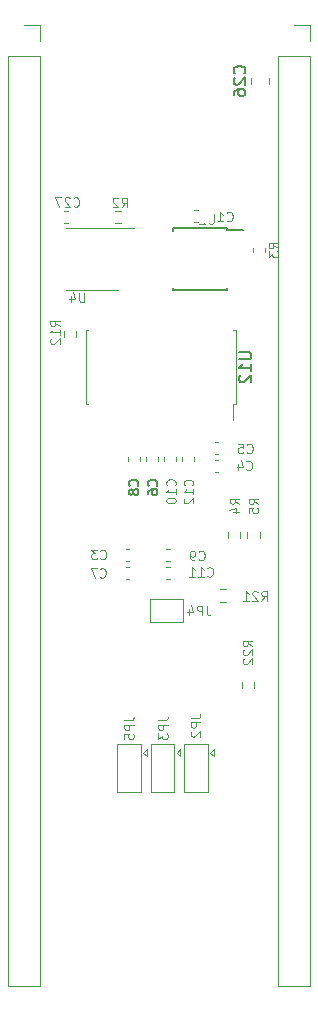
<source format=gbo>
G04 #@! TF.GenerationSoftware,KiCad,Pcbnew,(5.1.12)-1*
G04 #@! TF.CreationDate,2022-08-10T22:17:10-07:00*
G04 #@! TF.ProjectId,jbVeraHDMI,6a625665-7261-4484-944d-492e6b696361,rev?*
G04 #@! TF.SameCoordinates,Original*
G04 #@! TF.FileFunction,Legend,Bot*
G04 #@! TF.FilePolarity,Positive*
%FSLAX46Y46*%
G04 Gerber Fmt 4.6, Leading zero omitted, Abs format (unit mm)*
G04 Created by KiCad (PCBNEW (5.1.12)-1) date 2022-08-10 22:17:10*
%MOMM*%
%LPD*%
G01*
G04 APERTURE LIST*
%ADD10C,0.120000*%
%ADD11C,0.150000*%
%ADD12C,0.100000*%
%ADD13O,1.102000X1.102000*%
%ADD14O,1.802000X1.802000*%
G04 APERTURE END LIST*
D10*
X148464800Y-115012376D02*
X148464800Y-115521824D01*
X147419800Y-115012376D02*
X147419800Y-115521824D01*
X146826500Y-115035876D02*
X146826500Y-115545324D01*
X145781500Y-115035876D02*
X145781500Y-115545324D01*
X131875000Y-98525424D02*
X131875000Y-98015976D01*
X132920000Y-98525424D02*
X132920000Y-98015976D01*
X142920333Y-87793100D02*
X143212867Y-87793100D01*
X142920333Y-88813100D02*
X143212867Y-88813100D01*
X134259400Y-89284900D02*
X137859400Y-89284900D01*
X134259400Y-89284900D02*
X132059400Y-89284900D01*
X134259400Y-94504900D02*
X136459400Y-94504900D01*
X134259400Y-94504900D02*
X132059400Y-94504900D01*
X131929753Y-87836280D02*
X132222287Y-87836280D01*
X131929753Y-88856280D02*
X132222287Y-88856280D01*
X149223400Y-76583948D02*
X149223400Y-77106452D01*
X147753400Y-76583948D02*
X147753400Y-77106452D01*
X142915100Y-108691633D02*
X142915100Y-108984167D01*
X141895100Y-108691633D02*
X141895100Y-108984167D01*
X141391100Y-108692733D02*
X141391100Y-108985267D01*
X140371100Y-108692733D02*
X140371100Y-108985267D01*
X138343100Y-108691633D02*
X138343100Y-108984167D01*
X137323100Y-108691633D02*
X137323100Y-108984167D01*
X139867100Y-108693833D02*
X139867100Y-108986367D01*
X138847100Y-108693833D02*
X138847100Y-108986367D01*
X144658033Y-107401900D02*
X144950567Y-107401900D01*
X144658033Y-108421900D02*
X144950567Y-108421900D01*
X144660233Y-108900500D02*
X144952767Y-108900500D01*
X144660233Y-109920500D02*
X144952767Y-109920500D01*
X140568633Y-117993700D02*
X140861167Y-117993700D01*
X140568633Y-119013700D02*
X140861167Y-119013700D01*
X140569733Y-116469700D02*
X140862267Y-116469700D01*
X140569733Y-117489700D02*
X140862267Y-117489700D01*
X137114233Y-117981000D02*
X137406767Y-117981000D01*
X137114233Y-119001000D02*
X137406767Y-119001000D01*
X137114233Y-116457000D02*
X137406767Y-116457000D01*
X137114233Y-117477000D02*
X137406767Y-117477000D01*
X136695904Y-88878940D02*
X136186456Y-88878940D01*
X136695904Y-87833940D02*
X136186456Y-87833940D01*
X145060576Y-119898900D02*
X145570024Y-119898900D01*
X145060576Y-120943900D02*
X145570024Y-120943900D01*
X141999400Y-122691400D02*
X141999400Y-120691400D01*
X139199400Y-122691400D02*
X141999400Y-122691400D01*
X139199400Y-120691400D02*
X139199400Y-122691400D01*
X141999400Y-120691400D02*
X139199400Y-120691400D01*
X146937200Y-127740142D02*
X146937200Y-128214658D01*
X147982200Y-127740142D02*
X147982200Y-128214658D01*
X138588600Y-133713700D02*
X138888600Y-134013700D01*
X138888600Y-133413700D02*
X138888600Y-134013700D01*
X138588600Y-133713700D02*
X138888600Y-133413700D01*
X138388600Y-132963700D02*
X136388600Y-132963700D01*
X138388600Y-137063700D02*
X138388600Y-132963700D01*
X136388600Y-137063700D02*
X138388600Y-137063700D01*
X136388600Y-132963700D02*
X136388600Y-137063700D01*
X141433400Y-133713700D02*
X141733400Y-134013700D01*
X141733400Y-133413700D02*
X141733400Y-134013700D01*
X141433400Y-133713700D02*
X141733400Y-133413700D01*
X141233400Y-132963700D02*
X139233400Y-132963700D01*
X141233400Y-137063700D02*
X141233400Y-132963700D01*
X139233400Y-137063700D02*
X141233400Y-137063700D01*
X139233400Y-132963700D02*
X139233400Y-137063700D01*
X144278200Y-133718300D02*
X144578200Y-134018300D01*
X144578200Y-133418300D02*
X144578200Y-134018300D01*
X144278200Y-133718300D02*
X144578200Y-133418300D01*
X144078200Y-132968300D02*
X142078200Y-132968300D01*
X144078200Y-137068300D02*
X144078200Y-132968300D01*
X142078200Y-137068300D02*
X144078200Y-137068300D01*
X142078200Y-132968300D02*
X142078200Y-137068300D01*
X146241000Y-104226600D02*
X146241000Y-105516600D01*
X146441000Y-104226600D02*
X146241000Y-104226600D01*
X146441000Y-101066600D02*
X146441000Y-104226600D01*
X146441000Y-97906600D02*
X146241000Y-97906600D01*
X146441000Y-101066600D02*
X146441000Y-97906600D01*
X133721000Y-104226600D02*
X133921000Y-104226600D01*
X133721000Y-101066600D02*
X133721000Y-104226600D01*
X133721000Y-97906600D02*
X133921000Y-97906600D01*
X133721000Y-101066600D02*
X133721000Y-97906600D01*
X152697300Y-72088700D02*
X151367300Y-72088700D01*
X152697300Y-73418700D02*
X152697300Y-72088700D01*
X152697300Y-74688700D02*
X150037300Y-74688700D01*
X150037300Y-74688700D02*
X150037300Y-153488700D01*
X152697300Y-74688700D02*
X152697300Y-153488700D01*
X152697300Y-153488700D02*
X150037300Y-153488700D01*
X129837300Y-72088700D02*
X128507300Y-72088700D01*
X129837300Y-73418700D02*
X129837300Y-72088700D01*
X129837300Y-74688700D02*
X127177300Y-74688700D01*
X127177300Y-74688700D02*
X127177300Y-153488700D01*
X129837300Y-74688700D02*
X129837300Y-153488700D01*
X129837300Y-153488700D02*
X127177300Y-153488700D01*
D11*
X145733400Y-89435300D02*
X147083400Y-89435300D01*
X145733400Y-94560300D02*
X141083400Y-94560300D01*
X145733400Y-89310300D02*
X141083400Y-89310300D01*
X145733400Y-94560300D02*
X145733400Y-94335300D01*
X141083400Y-94560300D02*
X141083400Y-94335300D01*
X141083400Y-89310300D02*
X141083400Y-89535300D01*
X145733400Y-89310300D02*
X145733400Y-89435300D01*
D10*
X148909500Y-90985021D02*
X148909500Y-91310579D01*
X147889500Y-90985021D02*
X147889500Y-91310579D01*
D12*
X148329604Y-112680766D02*
X147948652Y-112414100D01*
X148329604Y-112223623D02*
X147529604Y-112223623D01*
X147529604Y-112528385D01*
X147567700Y-112604576D01*
X147605795Y-112642671D01*
X147681985Y-112680766D01*
X147796271Y-112680766D01*
X147872461Y-112642671D01*
X147910557Y-112604576D01*
X147948652Y-112528385D01*
X147948652Y-112223623D01*
X147529604Y-113404576D02*
X147529604Y-113023623D01*
X147910557Y-112985528D01*
X147872461Y-113023623D01*
X147834366Y-113099814D01*
X147834366Y-113290290D01*
X147872461Y-113366480D01*
X147910557Y-113404576D01*
X147986747Y-113442671D01*
X148177223Y-113442671D01*
X148253414Y-113404576D01*
X148291509Y-113366480D01*
X148329604Y-113290290D01*
X148329604Y-113099814D01*
X148291509Y-113023623D01*
X148253414Y-112985528D01*
X146729404Y-112655366D02*
X146348452Y-112388700D01*
X146729404Y-112198223D02*
X145929404Y-112198223D01*
X145929404Y-112502985D01*
X145967500Y-112579176D01*
X146005595Y-112617271D01*
X146081785Y-112655366D01*
X146196071Y-112655366D01*
X146272261Y-112617271D01*
X146310357Y-112579176D01*
X146348452Y-112502985D01*
X146348452Y-112198223D01*
X146196071Y-113341080D02*
X146729404Y-113341080D01*
X145891309Y-113150604D02*
X146462738Y-112960128D01*
X146462738Y-113455366D01*
X131514804Y-97593214D02*
X131133852Y-97326547D01*
X131514804Y-97136071D02*
X130714804Y-97136071D01*
X130714804Y-97440833D01*
X130752900Y-97517023D01*
X130790995Y-97555119D01*
X130867185Y-97593214D01*
X130981471Y-97593214D01*
X131057661Y-97555119D01*
X131095757Y-97517023D01*
X131133852Y-97440833D01*
X131133852Y-97136071D01*
X131514804Y-98355119D02*
X131514804Y-97897976D01*
X131514804Y-98126547D02*
X130714804Y-98126547D01*
X130829090Y-98050357D01*
X130905280Y-97974166D01*
X130943376Y-97897976D01*
X130790995Y-98659880D02*
X130752900Y-98697976D01*
X130714804Y-98774166D01*
X130714804Y-98964642D01*
X130752900Y-99040833D01*
X130790995Y-99078928D01*
X130867185Y-99117023D01*
X130943376Y-99117023D01*
X131057661Y-99078928D01*
X131514804Y-98621785D01*
X131514804Y-99117023D01*
X145675333Y-88665014D02*
X145713428Y-88703109D01*
X145827714Y-88741204D01*
X145903904Y-88741204D01*
X146018190Y-88703109D01*
X146094380Y-88626919D01*
X146132476Y-88550728D01*
X146170571Y-88398347D01*
X146170571Y-88284061D01*
X146132476Y-88131680D01*
X146094380Y-88055490D01*
X146018190Y-87979300D01*
X145903904Y-87941204D01*
X145827714Y-87941204D01*
X145713428Y-87979300D01*
X145675333Y-88017395D01*
X144913428Y-88741204D02*
X145370571Y-88741204D01*
X145142000Y-88741204D02*
X145142000Y-87941204D01*
X145218190Y-88055490D01*
X145294380Y-88131680D01*
X145370571Y-88169776D01*
X133626783Y-94783964D02*
X133626783Y-95431583D01*
X133588688Y-95507774D01*
X133550593Y-95545869D01*
X133474402Y-95583964D01*
X133322021Y-95583964D01*
X133245831Y-95545869D01*
X133207736Y-95507774D01*
X133169640Y-95431583D01*
X133169640Y-94783964D01*
X132445831Y-95050631D02*
X132445831Y-95583964D01*
X132636307Y-94745869D02*
X132826783Y-95317298D01*
X132331545Y-95317298D01*
X132700965Y-87420414D02*
X132739060Y-87458509D01*
X132853346Y-87496604D01*
X132929537Y-87496604D01*
X133043822Y-87458509D01*
X133120013Y-87382319D01*
X133158108Y-87306128D01*
X133196203Y-87153747D01*
X133196203Y-87039461D01*
X133158108Y-86887080D01*
X133120013Y-86810890D01*
X133043822Y-86734700D01*
X132929537Y-86696604D01*
X132853346Y-86696604D01*
X132739060Y-86734700D01*
X132700965Y-86772795D01*
X132396203Y-86772795D02*
X132358108Y-86734700D01*
X132281918Y-86696604D01*
X132091441Y-86696604D01*
X132015251Y-86734700D01*
X131977156Y-86772795D01*
X131939060Y-86848985D01*
X131939060Y-86925176D01*
X131977156Y-87039461D01*
X132434299Y-87496604D01*
X131939060Y-87496604D01*
X131672394Y-86696604D02*
X131139060Y-86696604D01*
X131481918Y-87496604D01*
D11*
X147165542Y-76202342D02*
X147213161Y-76154723D01*
X147260780Y-76011866D01*
X147260780Y-75916628D01*
X147213161Y-75773771D01*
X147117923Y-75678533D01*
X147022685Y-75630914D01*
X146832209Y-75583295D01*
X146689352Y-75583295D01*
X146498876Y-75630914D01*
X146403638Y-75678533D01*
X146308400Y-75773771D01*
X146260780Y-75916628D01*
X146260780Y-76011866D01*
X146308400Y-76154723D01*
X146356019Y-76202342D01*
X146356019Y-76583295D02*
X146308400Y-76630914D01*
X146260780Y-76726152D01*
X146260780Y-76964247D01*
X146308400Y-77059485D01*
X146356019Y-77107104D01*
X146451257Y-77154723D01*
X146546495Y-77154723D01*
X146689352Y-77107104D01*
X147260780Y-76535676D01*
X147260780Y-77154723D01*
X146260780Y-78011866D02*
X146260780Y-77821390D01*
X146308400Y-77726152D01*
X146356019Y-77678533D01*
X146498876Y-77583295D01*
X146689352Y-77535676D01*
X147070304Y-77535676D01*
X147165542Y-77583295D01*
X147213161Y-77630914D01*
X147260780Y-77726152D01*
X147260780Y-77916628D01*
X147213161Y-78011866D01*
X147165542Y-78059485D01*
X147070304Y-78107104D01*
X146832209Y-78107104D01*
X146736971Y-78059485D01*
X146689352Y-78011866D01*
X146641733Y-77916628D01*
X146641733Y-77726152D01*
X146689352Y-77630914D01*
X146736971Y-77583295D01*
X146832209Y-77535676D01*
D12*
X142754314Y-111093314D02*
X142792409Y-111055219D01*
X142830504Y-110940933D01*
X142830504Y-110864742D01*
X142792409Y-110750457D01*
X142716219Y-110674266D01*
X142640028Y-110636171D01*
X142487647Y-110598076D01*
X142373361Y-110598076D01*
X142220980Y-110636171D01*
X142144790Y-110674266D01*
X142068600Y-110750457D01*
X142030504Y-110864742D01*
X142030504Y-110940933D01*
X142068600Y-111055219D01*
X142106695Y-111093314D01*
X142830504Y-111855219D02*
X142830504Y-111398076D01*
X142830504Y-111626647D02*
X142030504Y-111626647D01*
X142144790Y-111550457D01*
X142220980Y-111474266D01*
X142259076Y-111398076D01*
X142106695Y-112159980D02*
X142068600Y-112198076D01*
X142030504Y-112274266D01*
X142030504Y-112464742D01*
X142068600Y-112540933D01*
X142106695Y-112579028D01*
X142182885Y-112617123D01*
X142259076Y-112617123D01*
X142373361Y-112579028D01*
X142830504Y-112121885D01*
X142830504Y-112617123D01*
X141268414Y-111080614D02*
X141306509Y-111042519D01*
X141344604Y-110928233D01*
X141344604Y-110852042D01*
X141306509Y-110737757D01*
X141230319Y-110661566D01*
X141154128Y-110623471D01*
X141001747Y-110585376D01*
X140887461Y-110585376D01*
X140735080Y-110623471D01*
X140658890Y-110661566D01*
X140582700Y-110737757D01*
X140544604Y-110852042D01*
X140544604Y-110928233D01*
X140582700Y-111042519D01*
X140620795Y-111080614D01*
X141344604Y-111842519D02*
X141344604Y-111385376D01*
X141344604Y-111613947D02*
X140544604Y-111613947D01*
X140658890Y-111537757D01*
X140735080Y-111461566D01*
X140773176Y-111385376D01*
X140544604Y-112337757D02*
X140544604Y-112413947D01*
X140582700Y-112490138D01*
X140620795Y-112528233D01*
X140696985Y-112566328D01*
X140849366Y-112604423D01*
X141039842Y-112604423D01*
X141192223Y-112566328D01*
X141268414Y-112528233D01*
X141306509Y-112490138D01*
X141344604Y-112413947D01*
X141344604Y-112337757D01*
X141306509Y-112261566D01*
X141268414Y-112223471D01*
X141192223Y-112185376D01*
X141039842Y-112147280D01*
X140849366Y-112147280D01*
X140696985Y-112185376D01*
X140620795Y-112223471D01*
X140582700Y-112261566D01*
X140544604Y-112337757D01*
D11*
X138118814Y-111105966D02*
X138156909Y-111067871D01*
X138195004Y-110953585D01*
X138195004Y-110877395D01*
X138156909Y-110763109D01*
X138080719Y-110686919D01*
X138004528Y-110648823D01*
X137852147Y-110610728D01*
X137737861Y-110610728D01*
X137585480Y-110648823D01*
X137509290Y-110686919D01*
X137433100Y-110763109D01*
X137395004Y-110877395D01*
X137395004Y-110953585D01*
X137433100Y-111067871D01*
X137471195Y-111105966D01*
X137737861Y-111563109D02*
X137699766Y-111486919D01*
X137661671Y-111448823D01*
X137585480Y-111410728D01*
X137547385Y-111410728D01*
X137471195Y-111448823D01*
X137433100Y-111486919D01*
X137395004Y-111563109D01*
X137395004Y-111715490D01*
X137433100Y-111791680D01*
X137471195Y-111829776D01*
X137547385Y-111867871D01*
X137585480Y-111867871D01*
X137661671Y-111829776D01*
X137699766Y-111791680D01*
X137737861Y-111715490D01*
X137737861Y-111563109D01*
X137775957Y-111486919D01*
X137814052Y-111448823D01*
X137890242Y-111410728D01*
X138042623Y-111410728D01*
X138118814Y-111448823D01*
X138156909Y-111486919D01*
X138195004Y-111563109D01*
X138195004Y-111715490D01*
X138156909Y-111791680D01*
X138118814Y-111829776D01*
X138042623Y-111867871D01*
X137890242Y-111867871D01*
X137814052Y-111829776D01*
X137775957Y-111791680D01*
X137737861Y-111715490D01*
X139731714Y-111105966D02*
X139769809Y-111067871D01*
X139807904Y-110953585D01*
X139807904Y-110877395D01*
X139769809Y-110763109D01*
X139693619Y-110686919D01*
X139617428Y-110648823D01*
X139465047Y-110610728D01*
X139350761Y-110610728D01*
X139198380Y-110648823D01*
X139122190Y-110686919D01*
X139046000Y-110763109D01*
X139007904Y-110877395D01*
X139007904Y-110953585D01*
X139046000Y-111067871D01*
X139084095Y-111105966D01*
X139007904Y-111791680D02*
X139007904Y-111639300D01*
X139046000Y-111563109D01*
X139084095Y-111525014D01*
X139198380Y-111448823D01*
X139350761Y-111410728D01*
X139655523Y-111410728D01*
X139731714Y-111448823D01*
X139769809Y-111486919D01*
X139807904Y-111563109D01*
X139807904Y-111715490D01*
X139769809Y-111791680D01*
X139731714Y-111829776D01*
X139655523Y-111867871D01*
X139465047Y-111867871D01*
X139388857Y-111829776D01*
X139350761Y-111791680D01*
X139312666Y-111715490D01*
X139312666Y-111563109D01*
X139350761Y-111486919D01*
X139388857Y-111448823D01*
X139465047Y-111410728D01*
D12*
X147389833Y-108286514D02*
X147427928Y-108324609D01*
X147542214Y-108362704D01*
X147618404Y-108362704D01*
X147732690Y-108324609D01*
X147808880Y-108248419D01*
X147846976Y-108172228D01*
X147885071Y-108019847D01*
X147885071Y-107905561D01*
X147846976Y-107753180D01*
X147808880Y-107676990D01*
X147732690Y-107600800D01*
X147618404Y-107562704D01*
X147542214Y-107562704D01*
X147427928Y-107600800D01*
X147389833Y-107638895D01*
X146666023Y-107562704D02*
X147046976Y-107562704D01*
X147085071Y-107943657D01*
X147046976Y-107905561D01*
X146970785Y-107867466D01*
X146780309Y-107867466D01*
X146704119Y-107905561D01*
X146666023Y-107943657D01*
X146627928Y-108019847D01*
X146627928Y-108210323D01*
X146666023Y-108286514D01*
X146704119Y-108324609D01*
X146780309Y-108362704D01*
X146970785Y-108362704D01*
X147046976Y-108324609D01*
X147085071Y-108286514D01*
X147339033Y-109708914D02*
X147377128Y-109747009D01*
X147491414Y-109785104D01*
X147567604Y-109785104D01*
X147681890Y-109747009D01*
X147758080Y-109670819D01*
X147796176Y-109594628D01*
X147834271Y-109442247D01*
X147834271Y-109327961D01*
X147796176Y-109175580D01*
X147758080Y-109099390D01*
X147681890Y-109023200D01*
X147567604Y-108985104D01*
X147491414Y-108985104D01*
X147377128Y-109023200D01*
X147339033Y-109061295D01*
X146653319Y-109251771D02*
X146653319Y-109785104D01*
X146843795Y-108947009D02*
X147034271Y-109518438D01*
X146539033Y-109518438D01*
X144011585Y-118725914D02*
X144049680Y-118764009D01*
X144163966Y-118802104D01*
X144240157Y-118802104D01*
X144354442Y-118764009D01*
X144430633Y-118687819D01*
X144468728Y-118611628D01*
X144506823Y-118459247D01*
X144506823Y-118344961D01*
X144468728Y-118192580D01*
X144430633Y-118116390D01*
X144354442Y-118040200D01*
X144240157Y-118002104D01*
X144163966Y-118002104D01*
X144049680Y-118040200D01*
X144011585Y-118078295D01*
X143249680Y-118802104D02*
X143706823Y-118802104D01*
X143478252Y-118802104D02*
X143478252Y-118002104D01*
X143554442Y-118116390D01*
X143630633Y-118192580D01*
X143706823Y-118230676D01*
X142487776Y-118802104D02*
X142944919Y-118802104D01*
X142716347Y-118802104D02*
X142716347Y-118002104D01*
X142792538Y-118116390D01*
X142868728Y-118192580D01*
X142944919Y-118230676D01*
X143300433Y-117341614D02*
X143338528Y-117379709D01*
X143452814Y-117417804D01*
X143529004Y-117417804D01*
X143643290Y-117379709D01*
X143719480Y-117303519D01*
X143757576Y-117227328D01*
X143795671Y-117074947D01*
X143795671Y-116960661D01*
X143757576Y-116808280D01*
X143719480Y-116732090D01*
X143643290Y-116655900D01*
X143529004Y-116617804D01*
X143452814Y-116617804D01*
X143338528Y-116655900D01*
X143300433Y-116693995D01*
X142919480Y-117417804D02*
X142767100Y-117417804D01*
X142690909Y-117379709D01*
X142652814Y-117341614D01*
X142576623Y-117227328D01*
X142538528Y-117074947D01*
X142538528Y-116770185D01*
X142576623Y-116693995D01*
X142614719Y-116655900D01*
X142690909Y-116617804D01*
X142843290Y-116617804D01*
X142919480Y-116655900D01*
X142957576Y-116693995D01*
X142995671Y-116770185D01*
X142995671Y-116960661D01*
X142957576Y-117036852D01*
X142919480Y-117074947D01*
X142843290Y-117113042D01*
X142690909Y-117113042D01*
X142614719Y-117074947D01*
X142576623Y-117036852D01*
X142538528Y-116960661D01*
X134943833Y-118814814D02*
X134981928Y-118852909D01*
X135096214Y-118891004D01*
X135172404Y-118891004D01*
X135286690Y-118852909D01*
X135362880Y-118776719D01*
X135400976Y-118700528D01*
X135439071Y-118548147D01*
X135439071Y-118433861D01*
X135400976Y-118281480D01*
X135362880Y-118205290D01*
X135286690Y-118129100D01*
X135172404Y-118091004D01*
X135096214Y-118091004D01*
X134981928Y-118129100D01*
X134943833Y-118167195D01*
X134677166Y-118091004D02*
X134143833Y-118091004D01*
X134486690Y-118891004D01*
X134981933Y-117252714D02*
X135020028Y-117290809D01*
X135134314Y-117328904D01*
X135210504Y-117328904D01*
X135324790Y-117290809D01*
X135400980Y-117214619D01*
X135439076Y-117138428D01*
X135477171Y-116986047D01*
X135477171Y-116871761D01*
X135439076Y-116719380D01*
X135400980Y-116643190D01*
X135324790Y-116567000D01*
X135210504Y-116528904D01*
X135134314Y-116528904D01*
X135020028Y-116567000D01*
X134981933Y-116605095D01*
X134715266Y-116528904D02*
X134220028Y-116528904D01*
X134486695Y-116833666D01*
X134372409Y-116833666D01*
X134296219Y-116871761D01*
X134258123Y-116909857D01*
X134220028Y-116986047D01*
X134220028Y-117176523D01*
X134258123Y-117252714D01*
X134296219Y-117290809D01*
X134372409Y-117328904D01*
X134600980Y-117328904D01*
X134677171Y-117290809D01*
X134715266Y-117252714D01*
X136770093Y-87516924D02*
X137036760Y-87135972D01*
X137227236Y-87516924D02*
X137227236Y-86716924D01*
X136922474Y-86716924D01*
X136846283Y-86755020D01*
X136808188Y-86793115D01*
X136770093Y-86869305D01*
X136770093Y-86983591D01*
X136808188Y-87059781D01*
X136846283Y-87097877D01*
X136922474Y-87135972D01*
X137227236Y-87135972D01*
X136465331Y-86793115D02*
X136427236Y-86755020D01*
X136351045Y-86716924D01*
X136160569Y-86716924D01*
X136084379Y-86755020D01*
X136046283Y-86793115D01*
X136008188Y-86869305D01*
X136008188Y-86945496D01*
X136046283Y-87059781D01*
X136503426Y-87516924D01*
X136008188Y-87516924D01*
X148608985Y-120846804D02*
X148875652Y-120465852D01*
X149066128Y-120846804D02*
X149066128Y-120046804D01*
X148761366Y-120046804D01*
X148685176Y-120084900D01*
X148647080Y-120122995D01*
X148608985Y-120199185D01*
X148608985Y-120313471D01*
X148647080Y-120389661D01*
X148685176Y-120427757D01*
X148761366Y-120465852D01*
X149066128Y-120465852D01*
X148304223Y-120122995D02*
X148266128Y-120084900D01*
X148189938Y-120046804D01*
X147999461Y-120046804D01*
X147923271Y-120084900D01*
X147885176Y-120122995D01*
X147847080Y-120199185D01*
X147847080Y-120275376D01*
X147885176Y-120389661D01*
X148342319Y-120846804D01*
X147847080Y-120846804D01*
X147085176Y-120846804D02*
X147542319Y-120846804D01*
X147313747Y-120846804D02*
X147313747Y-120046804D01*
X147389938Y-120161090D01*
X147466128Y-120237280D01*
X147542319Y-120275376D01*
X143986166Y-121278704D02*
X143986166Y-121850133D01*
X144024261Y-121964419D01*
X144100452Y-122040609D01*
X144214738Y-122078704D01*
X144290928Y-122078704D01*
X143605214Y-122078704D02*
X143605214Y-121278704D01*
X143300452Y-121278704D01*
X143224261Y-121316800D01*
X143186166Y-121354895D01*
X143148071Y-121431085D01*
X143148071Y-121545371D01*
X143186166Y-121621561D01*
X143224261Y-121659657D01*
X143300452Y-121697752D01*
X143605214Y-121697752D01*
X142462357Y-121545371D02*
X142462357Y-122078704D01*
X142652833Y-121240609D02*
X142843309Y-121812038D01*
X142348071Y-121812038D01*
X147821604Y-124706714D02*
X147440652Y-124440047D01*
X147821604Y-124249571D02*
X147021604Y-124249571D01*
X147021604Y-124554333D01*
X147059700Y-124630523D01*
X147097795Y-124668619D01*
X147173985Y-124706714D01*
X147288271Y-124706714D01*
X147364461Y-124668619D01*
X147402557Y-124630523D01*
X147440652Y-124554333D01*
X147440652Y-124249571D01*
X147097795Y-125011476D02*
X147059700Y-125049571D01*
X147021604Y-125125761D01*
X147021604Y-125316238D01*
X147059700Y-125392428D01*
X147097795Y-125430523D01*
X147173985Y-125468619D01*
X147250176Y-125468619D01*
X147364461Y-125430523D01*
X147821604Y-124973380D01*
X147821604Y-125468619D01*
X147097795Y-125773380D02*
X147059700Y-125811476D01*
X147021604Y-125887666D01*
X147021604Y-126078142D01*
X147059700Y-126154333D01*
X147097795Y-126192428D01*
X147173985Y-126230523D01*
X147250176Y-126230523D01*
X147364461Y-126192428D01*
X147821604Y-125735285D01*
X147821604Y-126230523D01*
X137014004Y-130964233D02*
X137585433Y-130964233D01*
X137699719Y-130926138D01*
X137775909Y-130849947D01*
X137814004Y-130735661D01*
X137814004Y-130659471D01*
X137814004Y-131345185D02*
X137014004Y-131345185D01*
X137014004Y-131649947D01*
X137052100Y-131726138D01*
X137090195Y-131764233D01*
X137166385Y-131802328D01*
X137280671Y-131802328D01*
X137356861Y-131764233D01*
X137394957Y-131726138D01*
X137433052Y-131649947D01*
X137433052Y-131345185D01*
X137014004Y-132526138D02*
X137014004Y-132145185D01*
X137394957Y-132107090D01*
X137356861Y-132145185D01*
X137318766Y-132221376D01*
X137318766Y-132411852D01*
X137356861Y-132488042D01*
X137394957Y-132526138D01*
X137471147Y-132564233D01*
X137661623Y-132564233D01*
X137737814Y-132526138D01*
X137775909Y-132488042D01*
X137814004Y-132411852D01*
X137814004Y-132221376D01*
X137775909Y-132145185D01*
X137737814Y-132107090D01*
X139858804Y-130968833D02*
X140430233Y-130968833D01*
X140544519Y-130930738D01*
X140620709Y-130854547D01*
X140658804Y-130740261D01*
X140658804Y-130664071D01*
X140658804Y-131349785D02*
X139858804Y-131349785D01*
X139858804Y-131654547D01*
X139896900Y-131730738D01*
X139934995Y-131768833D01*
X140011185Y-131806928D01*
X140125471Y-131806928D01*
X140201661Y-131768833D01*
X140239757Y-131730738D01*
X140277852Y-131654547D01*
X140277852Y-131349785D01*
X139858804Y-132073595D02*
X139858804Y-132568833D01*
X140163566Y-132302166D01*
X140163566Y-132416452D01*
X140201661Y-132492642D01*
X140239757Y-132530738D01*
X140315947Y-132568833D01*
X140506423Y-132568833D01*
X140582614Y-132530738D01*
X140620709Y-132492642D01*
X140658804Y-132416452D01*
X140658804Y-132187880D01*
X140620709Y-132111690D01*
X140582614Y-132073595D01*
X142627404Y-130778333D02*
X143198833Y-130778333D01*
X143313119Y-130740238D01*
X143389309Y-130664047D01*
X143427404Y-130549761D01*
X143427404Y-130473571D01*
X143427404Y-131159285D02*
X142627404Y-131159285D01*
X142627404Y-131464047D01*
X142665500Y-131540238D01*
X142703595Y-131578333D01*
X142779785Y-131616428D01*
X142894071Y-131616428D01*
X142970261Y-131578333D01*
X143008357Y-131540238D01*
X143046452Y-131464047D01*
X143046452Y-131159285D01*
X142703595Y-131921190D02*
X142665500Y-131959285D01*
X142627404Y-132035476D01*
X142627404Y-132225952D01*
X142665500Y-132302142D01*
X142703595Y-132340238D01*
X142779785Y-132378333D01*
X142855976Y-132378333D01*
X142970261Y-132340238D01*
X143427404Y-131883095D01*
X143427404Y-132378333D01*
D11*
X146733380Y-99828504D02*
X147542904Y-99828504D01*
X147638142Y-99876123D01*
X147685761Y-99923742D01*
X147733380Y-100018980D01*
X147733380Y-100209457D01*
X147685761Y-100304695D01*
X147638142Y-100352314D01*
X147542904Y-100399933D01*
X146733380Y-100399933D01*
X147733380Y-101399933D02*
X147733380Y-100828504D01*
X147733380Y-101114219D02*
X146733380Y-101114219D01*
X146876238Y-101018980D01*
X146971476Y-100923742D01*
X147019095Y-100828504D01*
X146828619Y-101780885D02*
X146781000Y-101828504D01*
X146733380Y-101923742D01*
X146733380Y-102161838D01*
X146781000Y-102257076D01*
X146828619Y-102304695D01*
X146923857Y-102352314D01*
X147019095Y-102352314D01*
X147161952Y-102304695D01*
X147733380Y-101733266D01*
X147733380Y-102352314D01*
D12*
X144567923Y-88137204D02*
X144567923Y-88784823D01*
X144529828Y-88861014D01*
X144491733Y-88899109D01*
X144415542Y-88937204D01*
X144263161Y-88937204D01*
X144186971Y-88899109D01*
X144148876Y-88861014D01*
X144110780Y-88784823D01*
X144110780Y-88137204D01*
X143767923Y-88213395D02*
X143729828Y-88175300D01*
X143653638Y-88137204D01*
X143463161Y-88137204D01*
X143386971Y-88175300D01*
X143348876Y-88213395D01*
X143310780Y-88289585D01*
X143310780Y-88365776D01*
X143348876Y-88480061D01*
X143806019Y-88937204D01*
X143310780Y-88937204D01*
X150011404Y-91014466D02*
X149630452Y-90747800D01*
X150011404Y-90557323D02*
X149211404Y-90557323D01*
X149211404Y-90862085D01*
X149249500Y-90938276D01*
X149287595Y-90976371D01*
X149363785Y-91014466D01*
X149478071Y-91014466D01*
X149554261Y-90976371D01*
X149592357Y-90938276D01*
X149630452Y-90862085D01*
X149630452Y-90557323D01*
X149211404Y-91281133D02*
X149211404Y-91776371D01*
X149516166Y-91509704D01*
X149516166Y-91623990D01*
X149554261Y-91700180D01*
X149592357Y-91738276D01*
X149668547Y-91776371D01*
X149859023Y-91776371D01*
X149935214Y-91738276D01*
X149973309Y-91700180D01*
X150011404Y-91623990D01*
X150011404Y-91395419D01*
X149973309Y-91319228D01*
X149935214Y-91281133D01*
%LPC*%
G36*
G01*
X147679300Y-115641100D02*
X148205300Y-115641100D01*
G75*
G02*
X148468300Y-115904100I0J-263000D01*
G01*
X148468300Y-116455100D01*
G75*
G02*
X148205300Y-116718100I-263000J0D01*
G01*
X147679300Y-116718100D01*
G75*
G02*
X147416300Y-116455100I0J263000D01*
G01*
X147416300Y-115904100D01*
G75*
G02*
X147679300Y-115641100I263000J0D01*
G01*
G37*
G36*
G01*
X147679300Y-113816100D02*
X148205300Y-113816100D01*
G75*
G02*
X148468300Y-114079100I0J-263000D01*
G01*
X148468300Y-114630100D01*
G75*
G02*
X148205300Y-114893100I-263000J0D01*
G01*
X147679300Y-114893100D01*
G75*
G02*
X147416300Y-114630100I0J263000D01*
G01*
X147416300Y-114079100D01*
G75*
G02*
X147679300Y-113816100I263000J0D01*
G01*
G37*
G36*
G01*
X146041000Y-115664600D02*
X146567000Y-115664600D01*
G75*
G02*
X146830000Y-115927600I0J-263000D01*
G01*
X146830000Y-116478600D01*
G75*
G02*
X146567000Y-116741600I-263000J0D01*
G01*
X146041000Y-116741600D01*
G75*
G02*
X145778000Y-116478600I0J263000D01*
G01*
X145778000Y-115927600D01*
G75*
G02*
X146041000Y-115664600I263000J0D01*
G01*
G37*
G36*
G01*
X146041000Y-113839600D02*
X146567000Y-113839600D01*
G75*
G02*
X146830000Y-114102600I0J-263000D01*
G01*
X146830000Y-114653600D01*
G75*
G02*
X146567000Y-114916600I-263000J0D01*
G01*
X146041000Y-114916600D01*
G75*
G02*
X145778000Y-114653600I0J263000D01*
G01*
X145778000Y-114102600D01*
G75*
G02*
X146041000Y-113839600I263000J0D01*
G01*
G37*
D13*
X133121400Y-84150200D03*
X134391400Y-84150200D03*
X135661400Y-84150200D03*
X136931400Y-84150200D03*
X138201400Y-84150200D03*
X139471400Y-84150200D03*
X140741400Y-84150200D03*
G36*
G01*
X141511400Y-83599200D02*
X142511400Y-83599200D01*
G75*
G02*
X142562400Y-83650200I0J-51000D01*
G01*
X142562400Y-84650200D01*
G75*
G02*
X142511400Y-84701200I-51000J0D01*
G01*
X141511400Y-84701200D01*
G75*
G02*
X141460400Y-84650200I0J51000D01*
G01*
X141460400Y-83650200D01*
G75*
G02*
X141511400Y-83599200I51000J0D01*
G01*
G37*
X147937220Y-86380320D03*
G36*
G01*
X147386220Y-85610320D02*
X147386220Y-84610320D01*
G75*
G02*
X147437220Y-84559320I51000J0D01*
G01*
X148437220Y-84559320D01*
G75*
G02*
X148488220Y-84610320I0J-51000D01*
G01*
X148488220Y-85610320D01*
G75*
G02*
X148437220Y-85661320I-51000J0D01*
G01*
X147437220Y-85661320D01*
G75*
G02*
X147386220Y-85610320I0J51000D01*
G01*
G37*
X147914360Y-154569160D03*
X146644360Y-154569160D03*
X147914360Y-153299160D03*
X146644360Y-153299160D03*
X147914360Y-152029160D03*
X146644360Y-152029160D03*
X147914360Y-150759160D03*
X146644360Y-150759160D03*
X147914360Y-149489160D03*
G36*
G01*
X146093360Y-149989160D02*
X146093360Y-148989160D01*
G75*
G02*
X146144360Y-148938160I51000J0D01*
G01*
X147144360Y-148938160D01*
G75*
G02*
X147195360Y-148989160I0J-51000D01*
G01*
X147195360Y-149989160D01*
G75*
G02*
X147144360Y-150040160I-51000J0D01*
G01*
X146144360Y-150040160D01*
G75*
G02*
X146093360Y-149989160I0J51000D01*
G01*
G37*
G36*
G01*
X132660500Y-97896700D02*
X132134500Y-97896700D01*
G75*
G02*
X131871500Y-97633700I0J263000D01*
G01*
X131871500Y-97082700D01*
G75*
G02*
X132134500Y-96819700I263000J0D01*
G01*
X132660500Y-96819700D01*
G75*
G02*
X132923500Y-97082700I0J-263000D01*
G01*
X132923500Y-97633700D01*
G75*
G02*
X132660500Y-97896700I-263000J0D01*
G01*
G37*
G36*
G01*
X132660500Y-99721700D02*
X132134500Y-99721700D01*
G75*
G02*
X131871500Y-99458700I0J263000D01*
G01*
X131871500Y-98907700D01*
G75*
G02*
X132134500Y-98644700I263000J0D01*
G01*
X132660500Y-98644700D01*
G75*
G02*
X132923500Y-98907700I0J-263000D01*
G01*
X132923500Y-99458700D01*
G75*
G02*
X132660500Y-99721700I-263000J0D01*
G01*
G37*
G36*
G01*
X143340600Y-88566100D02*
X143340600Y-88040100D01*
G75*
G02*
X143603600Y-87777100I263000J0D01*
G01*
X144254600Y-87777100D01*
G75*
G02*
X144517600Y-88040100I0J-263000D01*
G01*
X144517600Y-88566100D01*
G75*
G02*
X144254600Y-88829100I-263000J0D01*
G01*
X143603600Y-88829100D01*
G75*
G02*
X143340600Y-88566100I0J263000D01*
G01*
G37*
G36*
G01*
X141615600Y-88566100D02*
X141615600Y-88040100D01*
G75*
G02*
X141878600Y-87777100I263000J0D01*
G01*
X142529600Y-87777100D01*
G75*
G02*
X142792600Y-88040100I0J-263000D01*
G01*
X142792600Y-88566100D01*
G75*
G02*
X142529600Y-88829100I-263000J0D01*
G01*
X141878600Y-88829100D01*
G75*
G02*
X141615600Y-88566100I0J263000D01*
G01*
G37*
G36*
G01*
X132185400Y-89819400D02*
X132185400Y-90070400D01*
G75*
G02*
X132059900Y-90195900I-125500J0D01*
G01*
X130733900Y-90195900D01*
G75*
G02*
X130608400Y-90070400I0J125500D01*
G01*
X130608400Y-89819400D01*
G75*
G02*
X130733900Y-89693900I125500J0D01*
G01*
X132059900Y-89693900D01*
G75*
G02*
X132185400Y-89819400I0J-125500D01*
G01*
G37*
G36*
G01*
X132185400Y-90469400D02*
X132185400Y-90720400D01*
G75*
G02*
X132059900Y-90845900I-125500J0D01*
G01*
X130733900Y-90845900D01*
G75*
G02*
X130608400Y-90720400I0J125500D01*
G01*
X130608400Y-90469400D01*
G75*
G02*
X130733900Y-90343900I125500J0D01*
G01*
X132059900Y-90343900D01*
G75*
G02*
X132185400Y-90469400I0J-125500D01*
G01*
G37*
G36*
G01*
X132185400Y-91119400D02*
X132185400Y-91370400D01*
G75*
G02*
X132059900Y-91495900I-125500J0D01*
G01*
X130733900Y-91495900D01*
G75*
G02*
X130608400Y-91370400I0J125500D01*
G01*
X130608400Y-91119400D01*
G75*
G02*
X130733900Y-90993900I125500J0D01*
G01*
X132059900Y-90993900D01*
G75*
G02*
X132185400Y-91119400I0J-125500D01*
G01*
G37*
G36*
G01*
X132185400Y-91769400D02*
X132185400Y-92020400D01*
G75*
G02*
X132059900Y-92145900I-125500J0D01*
G01*
X130733900Y-92145900D01*
G75*
G02*
X130608400Y-92020400I0J125500D01*
G01*
X130608400Y-91769400D01*
G75*
G02*
X130733900Y-91643900I125500J0D01*
G01*
X132059900Y-91643900D01*
G75*
G02*
X132185400Y-91769400I0J-125500D01*
G01*
G37*
G36*
G01*
X132185400Y-92419400D02*
X132185400Y-92670400D01*
G75*
G02*
X132059900Y-92795900I-125500J0D01*
G01*
X130733900Y-92795900D01*
G75*
G02*
X130608400Y-92670400I0J125500D01*
G01*
X130608400Y-92419400D01*
G75*
G02*
X130733900Y-92293900I125500J0D01*
G01*
X132059900Y-92293900D01*
G75*
G02*
X132185400Y-92419400I0J-125500D01*
G01*
G37*
G36*
G01*
X132185400Y-93069400D02*
X132185400Y-93320400D01*
G75*
G02*
X132059900Y-93445900I-125500J0D01*
G01*
X130733900Y-93445900D01*
G75*
G02*
X130608400Y-93320400I0J125500D01*
G01*
X130608400Y-93069400D01*
G75*
G02*
X130733900Y-92943900I125500J0D01*
G01*
X132059900Y-92943900D01*
G75*
G02*
X132185400Y-93069400I0J-125500D01*
G01*
G37*
G36*
G01*
X132185400Y-93719400D02*
X132185400Y-93970400D01*
G75*
G02*
X132059900Y-94095900I-125500J0D01*
G01*
X130733900Y-94095900D01*
G75*
G02*
X130608400Y-93970400I0J125500D01*
G01*
X130608400Y-93719400D01*
G75*
G02*
X130733900Y-93593900I125500J0D01*
G01*
X132059900Y-93593900D01*
G75*
G02*
X132185400Y-93719400I0J-125500D01*
G01*
G37*
G36*
G01*
X137910400Y-93719400D02*
X137910400Y-93970400D01*
G75*
G02*
X137784900Y-94095900I-125500J0D01*
G01*
X136458900Y-94095900D01*
G75*
G02*
X136333400Y-93970400I0J125500D01*
G01*
X136333400Y-93719400D01*
G75*
G02*
X136458900Y-93593900I125500J0D01*
G01*
X137784900Y-93593900D01*
G75*
G02*
X137910400Y-93719400I0J-125500D01*
G01*
G37*
G36*
G01*
X137910400Y-93069400D02*
X137910400Y-93320400D01*
G75*
G02*
X137784900Y-93445900I-125500J0D01*
G01*
X136458900Y-93445900D01*
G75*
G02*
X136333400Y-93320400I0J125500D01*
G01*
X136333400Y-93069400D01*
G75*
G02*
X136458900Y-92943900I125500J0D01*
G01*
X137784900Y-92943900D01*
G75*
G02*
X137910400Y-93069400I0J-125500D01*
G01*
G37*
G36*
G01*
X137910400Y-92419400D02*
X137910400Y-92670400D01*
G75*
G02*
X137784900Y-92795900I-125500J0D01*
G01*
X136458900Y-92795900D01*
G75*
G02*
X136333400Y-92670400I0J125500D01*
G01*
X136333400Y-92419400D01*
G75*
G02*
X136458900Y-92293900I125500J0D01*
G01*
X137784900Y-92293900D01*
G75*
G02*
X137910400Y-92419400I0J-125500D01*
G01*
G37*
G36*
G01*
X137910400Y-91769400D02*
X137910400Y-92020400D01*
G75*
G02*
X137784900Y-92145900I-125500J0D01*
G01*
X136458900Y-92145900D01*
G75*
G02*
X136333400Y-92020400I0J125500D01*
G01*
X136333400Y-91769400D01*
G75*
G02*
X136458900Y-91643900I125500J0D01*
G01*
X137784900Y-91643900D01*
G75*
G02*
X137910400Y-91769400I0J-125500D01*
G01*
G37*
G36*
G01*
X137910400Y-91119400D02*
X137910400Y-91370400D01*
G75*
G02*
X137784900Y-91495900I-125500J0D01*
G01*
X136458900Y-91495900D01*
G75*
G02*
X136333400Y-91370400I0J125500D01*
G01*
X136333400Y-91119400D01*
G75*
G02*
X136458900Y-90993900I125500J0D01*
G01*
X137784900Y-90993900D01*
G75*
G02*
X137910400Y-91119400I0J-125500D01*
G01*
G37*
G36*
G01*
X137910400Y-90469400D02*
X137910400Y-90720400D01*
G75*
G02*
X137784900Y-90845900I-125500J0D01*
G01*
X136458900Y-90845900D01*
G75*
G02*
X136333400Y-90720400I0J125500D01*
G01*
X136333400Y-90469400D01*
G75*
G02*
X136458900Y-90343900I125500J0D01*
G01*
X137784900Y-90343900D01*
G75*
G02*
X137910400Y-90469400I0J-125500D01*
G01*
G37*
G36*
G01*
X137910400Y-89819400D02*
X137910400Y-90070400D01*
G75*
G02*
X137784900Y-90195900I-125500J0D01*
G01*
X136458900Y-90195900D01*
G75*
G02*
X136333400Y-90070400I0J125500D01*
G01*
X136333400Y-89819400D01*
G75*
G02*
X136458900Y-89693900I125500J0D01*
G01*
X137784900Y-89693900D01*
G75*
G02*
X137910400Y-89819400I0J-125500D01*
G01*
G37*
G36*
G01*
X132350020Y-88609280D02*
X132350020Y-88083280D01*
G75*
G02*
X132613020Y-87820280I263000J0D01*
G01*
X133264020Y-87820280D01*
G75*
G02*
X133527020Y-88083280I0J-263000D01*
G01*
X133527020Y-88609280D01*
G75*
G02*
X133264020Y-88872280I-263000J0D01*
G01*
X132613020Y-88872280D01*
G75*
G02*
X132350020Y-88609280I0J263000D01*
G01*
G37*
G36*
G01*
X130625020Y-88609280D02*
X130625020Y-88083280D01*
G75*
G02*
X130888020Y-87820280I263000J0D01*
G01*
X131539020Y-87820280D01*
G75*
G02*
X131802020Y-88083280I0J-263000D01*
G01*
X131802020Y-88609280D01*
G75*
G02*
X131539020Y-88872280I-263000J0D01*
G01*
X130888020Y-88872280D01*
G75*
G02*
X130625020Y-88609280I0J263000D01*
G01*
G37*
G36*
G01*
X147987900Y-77244200D02*
X148988900Y-77244200D01*
G75*
G02*
X149264400Y-77519700I0J-275500D01*
G01*
X149264400Y-78070700D01*
G75*
G02*
X148988900Y-78346200I-275500J0D01*
G01*
X147987900Y-78346200D01*
G75*
G02*
X147712400Y-78070700I0J275500D01*
G01*
X147712400Y-77519700D01*
G75*
G02*
X147987900Y-77244200I275500J0D01*
G01*
G37*
G36*
G01*
X147987900Y-75344200D02*
X148988900Y-75344200D01*
G75*
G02*
X149264400Y-75619700I0J-275500D01*
G01*
X149264400Y-76170700D01*
G75*
G02*
X148988900Y-76446200I-275500J0D01*
G01*
X147987900Y-76446200D01*
G75*
G02*
X147712400Y-76170700I0J275500D01*
G01*
X147712400Y-75619700D01*
G75*
G02*
X147987900Y-75344200I275500J0D01*
G01*
G37*
G36*
G01*
X142142100Y-109111900D02*
X142668100Y-109111900D01*
G75*
G02*
X142931100Y-109374900I0J-263000D01*
G01*
X142931100Y-110025900D01*
G75*
G02*
X142668100Y-110288900I-263000J0D01*
G01*
X142142100Y-110288900D01*
G75*
G02*
X141879100Y-110025900I0J263000D01*
G01*
X141879100Y-109374900D01*
G75*
G02*
X142142100Y-109111900I263000J0D01*
G01*
G37*
G36*
G01*
X142142100Y-107386900D02*
X142668100Y-107386900D01*
G75*
G02*
X142931100Y-107649900I0J-263000D01*
G01*
X142931100Y-108300900D01*
G75*
G02*
X142668100Y-108563900I-263000J0D01*
G01*
X142142100Y-108563900D01*
G75*
G02*
X141879100Y-108300900I0J263000D01*
G01*
X141879100Y-107649900D01*
G75*
G02*
X142142100Y-107386900I263000J0D01*
G01*
G37*
G36*
G01*
X140618100Y-109113000D02*
X141144100Y-109113000D01*
G75*
G02*
X141407100Y-109376000I0J-263000D01*
G01*
X141407100Y-110027000D01*
G75*
G02*
X141144100Y-110290000I-263000J0D01*
G01*
X140618100Y-110290000D01*
G75*
G02*
X140355100Y-110027000I0J263000D01*
G01*
X140355100Y-109376000D01*
G75*
G02*
X140618100Y-109113000I263000J0D01*
G01*
G37*
G36*
G01*
X140618100Y-107388000D02*
X141144100Y-107388000D01*
G75*
G02*
X141407100Y-107651000I0J-263000D01*
G01*
X141407100Y-108302000D01*
G75*
G02*
X141144100Y-108565000I-263000J0D01*
G01*
X140618100Y-108565000D01*
G75*
G02*
X140355100Y-108302000I0J263000D01*
G01*
X140355100Y-107651000D01*
G75*
G02*
X140618100Y-107388000I263000J0D01*
G01*
G37*
G36*
G01*
X137570100Y-109111900D02*
X138096100Y-109111900D01*
G75*
G02*
X138359100Y-109374900I0J-263000D01*
G01*
X138359100Y-110025900D01*
G75*
G02*
X138096100Y-110288900I-263000J0D01*
G01*
X137570100Y-110288900D01*
G75*
G02*
X137307100Y-110025900I0J263000D01*
G01*
X137307100Y-109374900D01*
G75*
G02*
X137570100Y-109111900I263000J0D01*
G01*
G37*
G36*
G01*
X137570100Y-107386900D02*
X138096100Y-107386900D01*
G75*
G02*
X138359100Y-107649900I0J-263000D01*
G01*
X138359100Y-108300900D01*
G75*
G02*
X138096100Y-108563900I-263000J0D01*
G01*
X137570100Y-108563900D01*
G75*
G02*
X137307100Y-108300900I0J263000D01*
G01*
X137307100Y-107649900D01*
G75*
G02*
X137570100Y-107386900I263000J0D01*
G01*
G37*
G36*
G01*
X139094100Y-109114100D02*
X139620100Y-109114100D01*
G75*
G02*
X139883100Y-109377100I0J-263000D01*
G01*
X139883100Y-110028100D01*
G75*
G02*
X139620100Y-110291100I-263000J0D01*
G01*
X139094100Y-110291100D01*
G75*
G02*
X138831100Y-110028100I0J263000D01*
G01*
X138831100Y-109377100D01*
G75*
G02*
X139094100Y-109114100I263000J0D01*
G01*
G37*
G36*
G01*
X139094100Y-107389100D02*
X139620100Y-107389100D01*
G75*
G02*
X139883100Y-107652100I0J-263000D01*
G01*
X139883100Y-108303100D01*
G75*
G02*
X139620100Y-108566100I-263000J0D01*
G01*
X139094100Y-108566100D01*
G75*
G02*
X138831100Y-108303100I0J263000D01*
G01*
X138831100Y-107652100D01*
G75*
G02*
X139094100Y-107389100I263000J0D01*
G01*
G37*
G36*
G01*
X145078300Y-108174900D02*
X145078300Y-107648900D01*
G75*
G02*
X145341300Y-107385900I263000J0D01*
G01*
X145992300Y-107385900D01*
G75*
G02*
X146255300Y-107648900I0J-263000D01*
G01*
X146255300Y-108174900D01*
G75*
G02*
X145992300Y-108437900I-263000J0D01*
G01*
X145341300Y-108437900D01*
G75*
G02*
X145078300Y-108174900I0J263000D01*
G01*
G37*
G36*
G01*
X143353300Y-108174900D02*
X143353300Y-107648900D01*
G75*
G02*
X143616300Y-107385900I263000J0D01*
G01*
X144267300Y-107385900D01*
G75*
G02*
X144530300Y-107648900I0J-263000D01*
G01*
X144530300Y-108174900D01*
G75*
G02*
X144267300Y-108437900I-263000J0D01*
G01*
X143616300Y-108437900D01*
G75*
G02*
X143353300Y-108174900I0J263000D01*
G01*
G37*
G36*
G01*
X145080500Y-109673500D02*
X145080500Y-109147500D01*
G75*
G02*
X145343500Y-108884500I263000J0D01*
G01*
X145994500Y-108884500D01*
G75*
G02*
X146257500Y-109147500I0J-263000D01*
G01*
X146257500Y-109673500D01*
G75*
G02*
X145994500Y-109936500I-263000J0D01*
G01*
X145343500Y-109936500D01*
G75*
G02*
X145080500Y-109673500I0J263000D01*
G01*
G37*
G36*
G01*
X143355500Y-109673500D02*
X143355500Y-109147500D01*
G75*
G02*
X143618500Y-108884500I263000J0D01*
G01*
X144269500Y-108884500D01*
G75*
G02*
X144532500Y-109147500I0J-263000D01*
G01*
X144532500Y-109673500D01*
G75*
G02*
X144269500Y-109936500I-263000J0D01*
G01*
X143618500Y-109936500D01*
G75*
G02*
X143355500Y-109673500I0J263000D01*
G01*
G37*
G36*
G01*
X140988900Y-118766700D02*
X140988900Y-118240700D01*
G75*
G02*
X141251900Y-117977700I263000J0D01*
G01*
X141902900Y-117977700D01*
G75*
G02*
X142165900Y-118240700I0J-263000D01*
G01*
X142165900Y-118766700D01*
G75*
G02*
X141902900Y-119029700I-263000J0D01*
G01*
X141251900Y-119029700D01*
G75*
G02*
X140988900Y-118766700I0J263000D01*
G01*
G37*
G36*
G01*
X139263900Y-118766700D02*
X139263900Y-118240700D01*
G75*
G02*
X139526900Y-117977700I263000J0D01*
G01*
X140177900Y-117977700D01*
G75*
G02*
X140440900Y-118240700I0J-263000D01*
G01*
X140440900Y-118766700D01*
G75*
G02*
X140177900Y-119029700I-263000J0D01*
G01*
X139526900Y-119029700D01*
G75*
G02*
X139263900Y-118766700I0J263000D01*
G01*
G37*
G36*
G01*
X140990000Y-117242700D02*
X140990000Y-116716700D01*
G75*
G02*
X141253000Y-116453700I263000J0D01*
G01*
X141904000Y-116453700D01*
G75*
G02*
X142167000Y-116716700I0J-263000D01*
G01*
X142167000Y-117242700D01*
G75*
G02*
X141904000Y-117505700I-263000J0D01*
G01*
X141253000Y-117505700D01*
G75*
G02*
X140990000Y-117242700I0J263000D01*
G01*
G37*
G36*
G01*
X139265000Y-117242700D02*
X139265000Y-116716700D01*
G75*
G02*
X139528000Y-116453700I263000J0D01*
G01*
X140179000Y-116453700D01*
G75*
G02*
X140442000Y-116716700I0J-263000D01*
G01*
X140442000Y-117242700D01*
G75*
G02*
X140179000Y-117505700I-263000J0D01*
G01*
X139528000Y-117505700D01*
G75*
G02*
X139265000Y-117242700I0J263000D01*
G01*
G37*
G36*
G01*
X137534500Y-118754000D02*
X137534500Y-118228000D01*
G75*
G02*
X137797500Y-117965000I263000J0D01*
G01*
X138448500Y-117965000D01*
G75*
G02*
X138711500Y-118228000I0J-263000D01*
G01*
X138711500Y-118754000D01*
G75*
G02*
X138448500Y-119017000I-263000J0D01*
G01*
X137797500Y-119017000D01*
G75*
G02*
X137534500Y-118754000I0J263000D01*
G01*
G37*
G36*
G01*
X135809500Y-118754000D02*
X135809500Y-118228000D01*
G75*
G02*
X136072500Y-117965000I263000J0D01*
G01*
X136723500Y-117965000D01*
G75*
G02*
X136986500Y-118228000I0J-263000D01*
G01*
X136986500Y-118754000D01*
G75*
G02*
X136723500Y-119017000I-263000J0D01*
G01*
X136072500Y-119017000D01*
G75*
G02*
X135809500Y-118754000I0J263000D01*
G01*
G37*
G36*
G01*
X137534500Y-117230000D02*
X137534500Y-116704000D01*
G75*
G02*
X137797500Y-116441000I263000J0D01*
G01*
X138448500Y-116441000D01*
G75*
G02*
X138711500Y-116704000I0J-263000D01*
G01*
X138711500Y-117230000D01*
G75*
G02*
X138448500Y-117493000I-263000J0D01*
G01*
X137797500Y-117493000D01*
G75*
G02*
X137534500Y-117230000I0J263000D01*
G01*
G37*
G36*
G01*
X135809500Y-117230000D02*
X135809500Y-116704000D01*
G75*
G02*
X136072500Y-116441000I263000J0D01*
G01*
X136723500Y-116441000D01*
G75*
G02*
X136986500Y-116704000I0J-263000D01*
G01*
X136986500Y-117230000D01*
G75*
G02*
X136723500Y-117493000I-263000J0D01*
G01*
X136072500Y-117493000D01*
G75*
G02*
X135809500Y-117230000I0J263000D01*
G01*
G37*
G36*
G01*
X136067180Y-88093440D02*
X136067180Y-88619440D01*
G75*
G02*
X135804180Y-88882440I-263000J0D01*
G01*
X135253180Y-88882440D01*
G75*
G02*
X134990180Y-88619440I0J263000D01*
G01*
X134990180Y-88093440D01*
G75*
G02*
X135253180Y-87830440I263000J0D01*
G01*
X135804180Y-87830440D01*
G75*
G02*
X136067180Y-88093440I0J-263000D01*
G01*
G37*
G36*
G01*
X137892180Y-88093440D02*
X137892180Y-88619440D01*
G75*
G02*
X137629180Y-88882440I-263000J0D01*
G01*
X137078180Y-88882440D01*
G75*
G02*
X136815180Y-88619440I0J263000D01*
G01*
X136815180Y-88093440D01*
G75*
G02*
X137078180Y-87830440I263000J0D01*
G01*
X137629180Y-87830440D01*
G75*
G02*
X137892180Y-88093440I0J-263000D01*
G01*
G37*
G36*
G01*
X145689300Y-120684400D02*
X145689300Y-120158400D01*
G75*
G02*
X145952300Y-119895400I263000J0D01*
G01*
X146503300Y-119895400D01*
G75*
G02*
X146766300Y-120158400I0J-263000D01*
G01*
X146766300Y-120684400D01*
G75*
G02*
X146503300Y-120947400I-263000J0D01*
G01*
X145952300Y-120947400D01*
G75*
G02*
X145689300Y-120684400I0J263000D01*
G01*
G37*
G36*
G01*
X143864300Y-120684400D02*
X143864300Y-120158400D01*
G75*
G02*
X144127300Y-119895400I263000J0D01*
G01*
X144678300Y-119895400D01*
G75*
G02*
X144941300Y-120158400I0J-263000D01*
G01*
X144941300Y-120684400D01*
G75*
G02*
X144678300Y-120947400I-263000J0D01*
G01*
X144127300Y-120947400D01*
G75*
G02*
X143864300Y-120684400I0J263000D01*
G01*
G37*
G36*
G01*
X141800400Y-120941400D02*
X141800400Y-122441400D01*
G75*
G02*
X141749400Y-122492400I-51000J0D01*
G01*
X140749400Y-122492400D01*
G75*
G02*
X140698400Y-122441400I0J51000D01*
G01*
X140698400Y-120941400D01*
G75*
G02*
X140749400Y-120890400I51000J0D01*
G01*
X141749400Y-120890400D01*
G75*
G02*
X141800400Y-120941400I0J-51000D01*
G01*
G37*
G36*
G01*
X140500400Y-120941400D02*
X140500400Y-122441400D01*
G75*
G02*
X140449400Y-122492400I-51000J0D01*
G01*
X139449400Y-122492400D01*
G75*
G02*
X139398400Y-122441400I0J51000D01*
G01*
X139398400Y-120941400D01*
G75*
G02*
X139449400Y-120890400I51000J0D01*
G01*
X140449400Y-120890400D01*
G75*
G02*
X140500400Y-120941400I0J-51000D01*
G01*
G37*
G36*
G01*
X147159200Y-128351400D02*
X147760200Y-128351400D01*
G75*
G02*
X147985700Y-128576900I0J-225500D01*
G01*
X147985700Y-129027900D01*
G75*
G02*
X147760200Y-129253400I-225500J0D01*
G01*
X147159200Y-129253400D01*
G75*
G02*
X146933700Y-129027900I0J225500D01*
G01*
X146933700Y-128576900D01*
G75*
G02*
X147159200Y-128351400I225500J0D01*
G01*
G37*
G36*
G01*
X147159200Y-126701400D02*
X147760200Y-126701400D01*
G75*
G02*
X147985700Y-126926900I0J-225500D01*
G01*
X147985700Y-127377900D01*
G75*
G02*
X147760200Y-127603400I-225500J0D01*
G01*
X147159200Y-127603400D01*
G75*
G02*
X146933700Y-127377900I0J225500D01*
G01*
X146933700Y-126926900D01*
G75*
G02*
X147159200Y-126701400I225500J0D01*
G01*
G37*
G36*
G01*
X136638600Y-133162700D02*
X138138600Y-133162700D01*
G75*
G02*
X138189600Y-133213700I0J-51000D01*
G01*
X138189600Y-134213700D01*
G75*
G02*
X138138600Y-134264700I-51000J0D01*
G01*
X136638600Y-134264700D01*
G75*
G02*
X136587600Y-134213700I0J51000D01*
G01*
X136587600Y-133213700D01*
G75*
G02*
X136638600Y-133162700I51000J0D01*
G01*
G37*
G36*
G01*
X136638600Y-134462700D02*
X138138600Y-134462700D01*
G75*
G02*
X138189600Y-134513700I0J-51000D01*
G01*
X138189600Y-135513700D01*
G75*
G02*
X138138600Y-135564700I-51000J0D01*
G01*
X136638600Y-135564700D01*
G75*
G02*
X136587600Y-135513700I0J51000D01*
G01*
X136587600Y-134513700D01*
G75*
G02*
X136638600Y-134462700I51000J0D01*
G01*
G37*
G36*
G01*
X136638600Y-135762700D02*
X138138600Y-135762700D01*
G75*
G02*
X138189600Y-135813700I0J-51000D01*
G01*
X138189600Y-136813700D01*
G75*
G02*
X138138600Y-136864700I-51000J0D01*
G01*
X136638600Y-136864700D01*
G75*
G02*
X136587600Y-136813700I0J51000D01*
G01*
X136587600Y-135813700D01*
G75*
G02*
X136638600Y-135762700I51000J0D01*
G01*
G37*
G36*
G01*
X139483400Y-133162700D02*
X140983400Y-133162700D01*
G75*
G02*
X141034400Y-133213700I0J-51000D01*
G01*
X141034400Y-134213700D01*
G75*
G02*
X140983400Y-134264700I-51000J0D01*
G01*
X139483400Y-134264700D01*
G75*
G02*
X139432400Y-134213700I0J51000D01*
G01*
X139432400Y-133213700D01*
G75*
G02*
X139483400Y-133162700I51000J0D01*
G01*
G37*
G36*
G01*
X139483400Y-134462700D02*
X140983400Y-134462700D01*
G75*
G02*
X141034400Y-134513700I0J-51000D01*
G01*
X141034400Y-135513700D01*
G75*
G02*
X140983400Y-135564700I-51000J0D01*
G01*
X139483400Y-135564700D01*
G75*
G02*
X139432400Y-135513700I0J51000D01*
G01*
X139432400Y-134513700D01*
G75*
G02*
X139483400Y-134462700I51000J0D01*
G01*
G37*
G36*
G01*
X139483400Y-135762700D02*
X140983400Y-135762700D01*
G75*
G02*
X141034400Y-135813700I0J-51000D01*
G01*
X141034400Y-136813700D01*
G75*
G02*
X140983400Y-136864700I-51000J0D01*
G01*
X139483400Y-136864700D01*
G75*
G02*
X139432400Y-136813700I0J51000D01*
G01*
X139432400Y-135813700D01*
G75*
G02*
X139483400Y-135762700I51000J0D01*
G01*
G37*
G36*
G01*
X142328200Y-133167300D02*
X143828200Y-133167300D01*
G75*
G02*
X143879200Y-133218300I0J-51000D01*
G01*
X143879200Y-134218300D01*
G75*
G02*
X143828200Y-134269300I-51000J0D01*
G01*
X142328200Y-134269300D01*
G75*
G02*
X142277200Y-134218300I0J51000D01*
G01*
X142277200Y-133218300D01*
G75*
G02*
X142328200Y-133167300I51000J0D01*
G01*
G37*
G36*
G01*
X142328200Y-134467300D02*
X143828200Y-134467300D01*
G75*
G02*
X143879200Y-134518300I0J-51000D01*
G01*
X143879200Y-135518300D01*
G75*
G02*
X143828200Y-135569300I-51000J0D01*
G01*
X142328200Y-135569300D01*
G75*
G02*
X142277200Y-135518300I0J51000D01*
G01*
X142277200Y-134518300D01*
G75*
G02*
X142328200Y-134467300I51000J0D01*
G01*
G37*
G36*
G01*
X142328200Y-135767300D02*
X143828200Y-135767300D01*
G75*
G02*
X143879200Y-135818300I0J-51000D01*
G01*
X143879200Y-136818300D01*
G75*
G02*
X143828200Y-136869300I-51000J0D01*
G01*
X142328200Y-136869300D01*
G75*
G02*
X142277200Y-136818300I0J51000D01*
G01*
X142277200Y-135818300D01*
G75*
G02*
X142328200Y-135767300I51000J0D01*
G01*
G37*
G36*
G01*
X145931500Y-98142600D02*
X145730500Y-98142600D01*
G75*
G02*
X145630000Y-98042100I0J100500D01*
G01*
X145630000Y-96666100D01*
G75*
G02*
X145730500Y-96565600I100500J0D01*
G01*
X145931500Y-96565600D01*
G75*
G02*
X146032000Y-96666100I0J-100500D01*
G01*
X146032000Y-98042100D01*
G75*
G02*
X145931500Y-98142600I-100500J0D01*
G01*
G37*
G36*
G01*
X145431500Y-98142600D02*
X145230500Y-98142600D01*
G75*
G02*
X145130000Y-98042100I0J100500D01*
G01*
X145130000Y-96666100D01*
G75*
G02*
X145230500Y-96565600I100500J0D01*
G01*
X145431500Y-96565600D01*
G75*
G02*
X145532000Y-96666100I0J-100500D01*
G01*
X145532000Y-98042100D01*
G75*
G02*
X145431500Y-98142600I-100500J0D01*
G01*
G37*
G36*
G01*
X144931500Y-98142600D02*
X144730500Y-98142600D01*
G75*
G02*
X144630000Y-98042100I0J100500D01*
G01*
X144630000Y-96666100D01*
G75*
G02*
X144730500Y-96565600I100500J0D01*
G01*
X144931500Y-96565600D01*
G75*
G02*
X145032000Y-96666100I0J-100500D01*
G01*
X145032000Y-98042100D01*
G75*
G02*
X144931500Y-98142600I-100500J0D01*
G01*
G37*
G36*
G01*
X144431500Y-98142600D02*
X144230500Y-98142600D01*
G75*
G02*
X144130000Y-98042100I0J100500D01*
G01*
X144130000Y-96666100D01*
G75*
G02*
X144230500Y-96565600I100500J0D01*
G01*
X144431500Y-96565600D01*
G75*
G02*
X144532000Y-96666100I0J-100500D01*
G01*
X144532000Y-98042100D01*
G75*
G02*
X144431500Y-98142600I-100500J0D01*
G01*
G37*
G36*
G01*
X143931500Y-98142600D02*
X143730500Y-98142600D01*
G75*
G02*
X143630000Y-98042100I0J100500D01*
G01*
X143630000Y-96666100D01*
G75*
G02*
X143730500Y-96565600I100500J0D01*
G01*
X143931500Y-96565600D01*
G75*
G02*
X144032000Y-96666100I0J-100500D01*
G01*
X144032000Y-98042100D01*
G75*
G02*
X143931500Y-98142600I-100500J0D01*
G01*
G37*
G36*
G01*
X143431500Y-98142600D02*
X143230500Y-98142600D01*
G75*
G02*
X143130000Y-98042100I0J100500D01*
G01*
X143130000Y-96666100D01*
G75*
G02*
X143230500Y-96565600I100500J0D01*
G01*
X143431500Y-96565600D01*
G75*
G02*
X143532000Y-96666100I0J-100500D01*
G01*
X143532000Y-98042100D01*
G75*
G02*
X143431500Y-98142600I-100500J0D01*
G01*
G37*
G36*
G01*
X142931500Y-98142600D02*
X142730500Y-98142600D01*
G75*
G02*
X142630000Y-98042100I0J100500D01*
G01*
X142630000Y-96666100D01*
G75*
G02*
X142730500Y-96565600I100500J0D01*
G01*
X142931500Y-96565600D01*
G75*
G02*
X143032000Y-96666100I0J-100500D01*
G01*
X143032000Y-98042100D01*
G75*
G02*
X142931500Y-98142600I-100500J0D01*
G01*
G37*
G36*
G01*
X142431500Y-98142600D02*
X142230500Y-98142600D01*
G75*
G02*
X142130000Y-98042100I0J100500D01*
G01*
X142130000Y-96666100D01*
G75*
G02*
X142230500Y-96565600I100500J0D01*
G01*
X142431500Y-96565600D01*
G75*
G02*
X142532000Y-96666100I0J-100500D01*
G01*
X142532000Y-98042100D01*
G75*
G02*
X142431500Y-98142600I-100500J0D01*
G01*
G37*
G36*
G01*
X141931500Y-98142600D02*
X141730500Y-98142600D01*
G75*
G02*
X141630000Y-98042100I0J100500D01*
G01*
X141630000Y-96666100D01*
G75*
G02*
X141730500Y-96565600I100500J0D01*
G01*
X141931500Y-96565600D01*
G75*
G02*
X142032000Y-96666100I0J-100500D01*
G01*
X142032000Y-98042100D01*
G75*
G02*
X141931500Y-98142600I-100500J0D01*
G01*
G37*
G36*
G01*
X141431500Y-98142600D02*
X141230500Y-98142600D01*
G75*
G02*
X141130000Y-98042100I0J100500D01*
G01*
X141130000Y-96666100D01*
G75*
G02*
X141230500Y-96565600I100500J0D01*
G01*
X141431500Y-96565600D01*
G75*
G02*
X141532000Y-96666100I0J-100500D01*
G01*
X141532000Y-98042100D01*
G75*
G02*
X141431500Y-98142600I-100500J0D01*
G01*
G37*
G36*
G01*
X140931500Y-98142600D02*
X140730500Y-98142600D01*
G75*
G02*
X140630000Y-98042100I0J100500D01*
G01*
X140630000Y-96666100D01*
G75*
G02*
X140730500Y-96565600I100500J0D01*
G01*
X140931500Y-96565600D01*
G75*
G02*
X141032000Y-96666100I0J-100500D01*
G01*
X141032000Y-98042100D01*
G75*
G02*
X140931500Y-98142600I-100500J0D01*
G01*
G37*
G36*
G01*
X140431500Y-98142600D02*
X140230500Y-98142600D01*
G75*
G02*
X140130000Y-98042100I0J100500D01*
G01*
X140130000Y-96666100D01*
G75*
G02*
X140230500Y-96565600I100500J0D01*
G01*
X140431500Y-96565600D01*
G75*
G02*
X140532000Y-96666100I0J-100500D01*
G01*
X140532000Y-98042100D01*
G75*
G02*
X140431500Y-98142600I-100500J0D01*
G01*
G37*
G36*
G01*
X139931500Y-98142600D02*
X139730500Y-98142600D01*
G75*
G02*
X139630000Y-98042100I0J100500D01*
G01*
X139630000Y-96666100D01*
G75*
G02*
X139730500Y-96565600I100500J0D01*
G01*
X139931500Y-96565600D01*
G75*
G02*
X140032000Y-96666100I0J-100500D01*
G01*
X140032000Y-98042100D01*
G75*
G02*
X139931500Y-98142600I-100500J0D01*
G01*
G37*
G36*
G01*
X139431500Y-98142600D02*
X139230500Y-98142600D01*
G75*
G02*
X139130000Y-98042100I0J100500D01*
G01*
X139130000Y-96666100D01*
G75*
G02*
X139230500Y-96565600I100500J0D01*
G01*
X139431500Y-96565600D01*
G75*
G02*
X139532000Y-96666100I0J-100500D01*
G01*
X139532000Y-98042100D01*
G75*
G02*
X139431500Y-98142600I-100500J0D01*
G01*
G37*
G36*
G01*
X138931500Y-98142600D02*
X138730500Y-98142600D01*
G75*
G02*
X138630000Y-98042100I0J100500D01*
G01*
X138630000Y-96666100D01*
G75*
G02*
X138730500Y-96565600I100500J0D01*
G01*
X138931500Y-96565600D01*
G75*
G02*
X139032000Y-96666100I0J-100500D01*
G01*
X139032000Y-98042100D01*
G75*
G02*
X138931500Y-98142600I-100500J0D01*
G01*
G37*
G36*
G01*
X138431500Y-98142600D02*
X138230500Y-98142600D01*
G75*
G02*
X138130000Y-98042100I0J100500D01*
G01*
X138130000Y-96666100D01*
G75*
G02*
X138230500Y-96565600I100500J0D01*
G01*
X138431500Y-96565600D01*
G75*
G02*
X138532000Y-96666100I0J-100500D01*
G01*
X138532000Y-98042100D01*
G75*
G02*
X138431500Y-98142600I-100500J0D01*
G01*
G37*
G36*
G01*
X137931500Y-98142600D02*
X137730500Y-98142600D01*
G75*
G02*
X137630000Y-98042100I0J100500D01*
G01*
X137630000Y-96666100D01*
G75*
G02*
X137730500Y-96565600I100500J0D01*
G01*
X137931500Y-96565600D01*
G75*
G02*
X138032000Y-96666100I0J-100500D01*
G01*
X138032000Y-98042100D01*
G75*
G02*
X137931500Y-98142600I-100500J0D01*
G01*
G37*
G36*
G01*
X137431500Y-98142600D02*
X137230500Y-98142600D01*
G75*
G02*
X137130000Y-98042100I0J100500D01*
G01*
X137130000Y-96666100D01*
G75*
G02*
X137230500Y-96565600I100500J0D01*
G01*
X137431500Y-96565600D01*
G75*
G02*
X137532000Y-96666100I0J-100500D01*
G01*
X137532000Y-98042100D01*
G75*
G02*
X137431500Y-98142600I-100500J0D01*
G01*
G37*
G36*
G01*
X136931500Y-98142600D02*
X136730500Y-98142600D01*
G75*
G02*
X136630000Y-98042100I0J100500D01*
G01*
X136630000Y-96666100D01*
G75*
G02*
X136730500Y-96565600I100500J0D01*
G01*
X136931500Y-96565600D01*
G75*
G02*
X137032000Y-96666100I0J-100500D01*
G01*
X137032000Y-98042100D01*
G75*
G02*
X136931500Y-98142600I-100500J0D01*
G01*
G37*
G36*
G01*
X136431500Y-98142600D02*
X136230500Y-98142600D01*
G75*
G02*
X136130000Y-98042100I0J100500D01*
G01*
X136130000Y-96666100D01*
G75*
G02*
X136230500Y-96565600I100500J0D01*
G01*
X136431500Y-96565600D01*
G75*
G02*
X136532000Y-96666100I0J-100500D01*
G01*
X136532000Y-98042100D01*
G75*
G02*
X136431500Y-98142600I-100500J0D01*
G01*
G37*
G36*
G01*
X135931500Y-98142600D02*
X135730500Y-98142600D01*
G75*
G02*
X135630000Y-98042100I0J100500D01*
G01*
X135630000Y-96666100D01*
G75*
G02*
X135730500Y-96565600I100500J0D01*
G01*
X135931500Y-96565600D01*
G75*
G02*
X136032000Y-96666100I0J-100500D01*
G01*
X136032000Y-98042100D01*
G75*
G02*
X135931500Y-98142600I-100500J0D01*
G01*
G37*
G36*
G01*
X135431500Y-98142600D02*
X135230500Y-98142600D01*
G75*
G02*
X135130000Y-98042100I0J100500D01*
G01*
X135130000Y-96666100D01*
G75*
G02*
X135230500Y-96565600I100500J0D01*
G01*
X135431500Y-96565600D01*
G75*
G02*
X135532000Y-96666100I0J-100500D01*
G01*
X135532000Y-98042100D01*
G75*
G02*
X135431500Y-98142600I-100500J0D01*
G01*
G37*
G36*
G01*
X134931500Y-98142600D02*
X134730500Y-98142600D01*
G75*
G02*
X134630000Y-98042100I0J100500D01*
G01*
X134630000Y-96666100D01*
G75*
G02*
X134730500Y-96565600I100500J0D01*
G01*
X134931500Y-96565600D01*
G75*
G02*
X135032000Y-96666100I0J-100500D01*
G01*
X135032000Y-98042100D01*
G75*
G02*
X134931500Y-98142600I-100500J0D01*
G01*
G37*
G36*
G01*
X134431500Y-98142600D02*
X134230500Y-98142600D01*
G75*
G02*
X134130000Y-98042100I0J100500D01*
G01*
X134130000Y-96666100D01*
G75*
G02*
X134230500Y-96565600I100500J0D01*
G01*
X134431500Y-96565600D01*
G75*
G02*
X134532000Y-96666100I0J-100500D01*
G01*
X134532000Y-98042100D01*
G75*
G02*
X134431500Y-98142600I-100500J0D01*
G01*
G37*
G36*
G01*
X134431500Y-105567600D02*
X134230500Y-105567600D01*
G75*
G02*
X134130000Y-105467100I0J100500D01*
G01*
X134130000Y-104091100D01*
G75*
G02*
X134230500Y-103990600I100500J0D01*
G01*
X134431500Y-103990600D01*
G75*
G02*
X134532000Y-104091100I0J-100500D01*
G01*
X134532000Y-105467100D01*
G75*
G02*
X134431500Y-105567600I-100500J0D01*
G01*
G37*
G36*
G01*
X134931500Y-105567600D02*
X134730500Y-105567600D01*
G75*
G02*
X134630000Y-105467100I0J100500D01*
G01*
X134630000Y-104091100D01*
G75*
G02*
X134730500Y-103990600I100500J0D01*
G01*
X134931500Y-103990600D01*
G75*
G02*
X135032000Y-104091100I0J-100500D01*
G01*
X135032000Y-105467100D01*
G75*
G02*
X134931500Y-105567600I-100500J0D01*
G01*
G37*
G36*
G01*
X135431500Y-105567600D02*
X135230500Y-105567600D01*
G75*
G02*
X135130000Y-105467100I0J100500D01*
G01*
X135130000Y-104091100D01*
G75*
G02*
X135230500Y-103990600I100500J0D01*
G01*
X135431500Y-103990600D01*
G75*
G02*
X135532000Y-104091100I0J-100500D01*
G01*
X135532000Y-105467100D01*
G75*
G02*
X135431500Y-105567600I-100500J0D01*
G01*
G37*
G36*
G01*
X135931500Y-105567600D02*
X135730500Y-105567600D01*
G75*
G02*
X135630000Y-105467100I0J100500D01*
G01*
X135630000Y-104091100D01*
G75*
G02*
X135730500Y-103990600I100500J0D01*
G01*
X135931500Y-103990600D01*
G75*
G02*
X136032000Y-104091100I0J-100500D01*
G01*
X136032000Y-105467100D01*
G75*
G02*
X135931500Y-105567600I-100500J0D01*
G01*
G37*
G36*
G01*
X136431500Y-105567600D02*
X136230500Y-105567600D01*
G75*
G02*
X136130000Y-105467100I0J100500D01*
G01*
X136130000Y-104091100D01*
G75*
G02*
X136230500Y-103990600I100500J0D01*
G01*
X136431500Y-103990600D01*
G75*
G02*
X136532000Y-104091100I0J-100500D01*
G01*
X136532000Y-105467100D01*
G75*
G02*
X136431500Y-105567600I-100500J0D01*
G01*
G37*
G36*
G01*
X136931500Y-105567600D02*
X136730500Y-105567600D01*
G75*
G02*
X136630000Y-105467100I0J100500D01*
G01*
X136630000Y-104091100D01*
G75*
G02*
X136730500Y-103990600I100500J0D01*
G01*
X136931500Y-103990600D01*
G75*
G02*
X137032000Y-104091100I0J-100500D01*
G01*
X137032000Y-105467100D01*
G75*
G02*
X136931500Y-105567600I-100500J0D01*
G01*
G37*
G36*
G01*
X137431500Y-105567600D02*
X137230500Y-105567600D01*
G75*
G02*
X137130000Y-105467100I0J100500D01*
G01*
X137130000Y-104091100D01*
G75*
G02*
X137230500Y-103990600I100500J0D01*
G01*
X137431500Y-103990600D01*
G75*
G02*
X137532000Y-104091100I0J-100500D01*
G01*
X137532000Y-105467100D01*
G75*
G02*
X137431500Y-105567600I-100500J0D01*
G01*
G37*
G36*
G01*
X137931500Y-105567600D02*
X137730500Y-105567600D01*
G75*
G02*
X137630000Y-105467100I0J100500D01*
G01*
X137630000Y-104091100D01*
G75*
G02*
X137730500Y-103990600I100500J0D01*
G01*
X137931500Y-103990600D01*
G75*
G02*
X138032000Y-104091100I0J-100500D01*
G01*
X138032000Y-105467100D01*
G75*
G02*
X137931500Y-105567600I-100500J0D01*
G01*
G37*
G36*
G01*
X138431500Y-105567600D02*
X138230500Y-105567600D01*
G75*
G02*
X138130000Y-105467100I0J100500D01*
G01*
X138130000Y-104091100D01*
G75*
G02*
X138230500Y-103990600I100500J0D01*
G01*
X138431500Y-103990600D01*
G75*
G02*
X138532000Y-104091100I0J-100500D01*
G01*
X138532000Y-105467100D01*
G75*
G02*
X138431500Y-105567600I-100500J0D01*
G01*
G37*
G36*
G01*
X138931500Y-105567600D02*
X138730500Y-105567600D01*
G75*
G02*
X138630000Y-105467100I0J100500D01*
G01*
X138630000Y-104091100D01*
G75*
G02*
X138730500Y-103990600I100500J0D01*
G01*
X138931500Y-103990600D01*
G75*
G02*
X139032000Y-104091100I0J-100500D01*
G01*
X139032000Y-105467100D01*
G75*
G02*
X138931500Y-105567600I-100500J0D01*
G01*
G37*
G36*
G01*
X139431500Y-105567600D02*
X139230500Y-105567600D01*
G75*
G02*
X139130000Y-105467100I0J100500D01*
G01*
X139130000Y-104091100D01*
G75*
G02*
X139230500Y-103990600I100500J0D01*
G01*
X139431500Y-103990600D01*
G75*
G02*
X139532000Y-104091100I0J-100500D01*
G01*
X139532000Y-105467100D01*
G75*
G02*
X139431500Y-105567600I-100500J0D01*
G01*
G37*
G36*
G01*
X139931500Y-105567600D02*
X139730500Y-105567600D01*
G75*
G02*
X139630000Y-105467100I0J100500D01*
G01*
X139630000Y-104091100D01*
G75*
G02*
X139730500Y-103990600I100500J0D01*
G01*
X139931500Y-103990600D01*
G75*
G02*
X140032000Y-104091100I0J-100500D01*
G01*
X140032000Y-105467100D01*
G75*
G02*
X139931500Y-105567600I-100500J0D01*
G01*
G37*
G36*
G01*
X140431500Y-105567600D02*
X140230500Y-105567600D01*
G75*
G02*
X140130000Y-105467100I0J100500D01*
G01*
X140130000Y-104091100D01*
G75*
G02*
X140230500Y-103990600I100500J0D01*
G01*
X140431500Y-103990600D01*
G75*
G02*
X140532000Y-104091100I0J-100500D01*
G01*
X140532000Y-105467100D01*
G75*
G02*
X140431500Y-105567600I-100500J0D01*
G01*
G37*
G36*
G01*
X140931500Y-105567600D02*
X140730500Y-105567600D01*
G75*
G02*
X140630000Y-105467100I0J100500D01*
G01*
X140630000Y-104091100D01*
G75*
G02*
X140730500Y-103990600I100500J0D01*
G01*
X140931500Y-103990600D01*
G75*
G02*
X141032000Y-104091100I0J-100500D01*
G01*
X141032000Y-105467100D01*
G75*
G02*
X140931500Y-105567600I-100500J0D01*
G01*
G37*
G36*
G01*
X141431500Y-105567600D02*
X141230500Y-105567600D01*
G75*
G02*
X141130000Y-105467100I0J100500D01*
G01*
X141130000Y-104091100D01*
G75*
G02*
X141230500Y-103990600I100500J0D01*
G01*
X141431500Y-103990600D01*
G75*
G02*
X141532000Y-104091100I0J-100500D01*
G01*
X141532000Y-105467100D01*
G75*
G02*
X141431500Y-105567600I-100500J0D01*
G01*
G37*
G36*
G01*
X141931500Y-105567600D02*
X141730500Y-105567600D01*
G75*
G02*
X141630000Y-105467100I0J100500D01*
G01*
X141630000Y-104091100D01*
G75*
G02*
X141730500Y-103990600I100500J0D01*
G01*
X141931500Y-103990600D01*
G75*
G02*
X142032000Y-104091100I0J-100500D01*
G01*
X142032000Y-105467100D01*
G75*
G02*
X141931500Y-105567600I-100500J0D01*
G01*
G37*
G36*
G01*
X142431500Y-105567600D02*
X142230500Y-105567600D01*
G75*
G02*
X142130000Y-105467100I0J100500D01*
G01*
X142130000Y-104091100D01*
G75*
G02*
X142230500Y-103990600I100500J0D01*
G01*
X142431500Y-103990600D01*
G75*
G02*
X142532000Y-104091100I0J-100500D01*
G01*
X142532000Y-105467100D01*
G75*
G02*
X142431500Y-105567600I-100500J0D01*
G01*
G37*
G36*
G01*
X142931500Y-105567600D02*
X142730500Y-105567600D01*
G75*
G02*
X142630000Y-105467100I0J100500D01*
G01*
X142630000Y-104091100D01*
G75*
G02*
X142730500Y-103990600I100500J0D01*
G01*
X142931500Y-103990600D01*
G75*
G02*
X143032000Y-104091100I0J-100500D01*
G01*
X143032000Y-105467100D01*
G75*
G02*
X142931500Y-105567600I-100500J0D01*
G01*
G37*
G36*
G01*
X143431500Y-105567600D02*
X143230500Y-105567600D01*
G75*
G02*
X143130000Y-105467100I0J100500D01*
G01*
X143130000Y-104091100D01*
G75*
G02*
X143230500Y-103990600I100500J0D01*
G01*
X143431500Y-103990600D01*
G75*
G02*
X143532000Y-104091100I0J-100500D01*
G01*
X143532000Y-105467100D01*
G75*
G02*
X143431500Y-105567600I-100500J0D01*
G01*
G37*
G36*
G01*
X143931500Y-105567600D02*
X143730500Y-105567600D01*
G75*
G02*
X143630000Y-105467100I0J100500D01*
G01*
X143630000Y-104091100D01*
G75*
G02*
X143730500Y-103990600I100500J0D01*
G01*
X143931500Y-103990600D01*
G75*
G02*
X144032000Y-104091100I0J-100500D01*
G01*
X144032000Y-105467100D01*
G75*
G02*
X143931500Y-105567600I-100500J0D01*
G01*
G37*
G36*
G01*
X144431500Y-105567600D02*
X144230500Y-105567600D01*
G75*
G02*
X144130000Y-105467100I0J100500D01*
G01*
X144130000Y-104091100D01*
G75*
G02*
X144230500Y-103990600I100500J0D01*
G01*
X144431500Y-103990600D01*
G75*
G02*
X144532000Y-104091100I0J-100500D01*
G01*
X144532000Y-105467100D01*
G75*
G02*
X144431500Y-105567600I-100500J0D01*
G01*
G37*
G36*
G01*
X144931500Y-105567600D02*
X144730500Y-105567600D01*
G75*
G02*
X144630000Y-105467100I0J100500D01*
G01*
X144630000Y-104091100D01*
G75*
G02*
X144730500Y-103990600I100500J0D01*
G01*
X144931500Y-103990600D01*
G75*
G02*
X145032000Y-104091100I0J-100500D01*
G01*
X145032000Y-105467100D01*
G75*
G02*
X144931500Y-105567600I-100500J0D01*
G01*
G37*
G36*
G01*
X145431500Y-105567600D02*
X145230500Y-105567600D01*
G75*
G02*
X145130000Y-105467100I0J100500D01*
G01*
X145130000Y-104091100D01*
G75*
G02*
X145230500Y-103990600I100500J0D01*
G01*
X145431500Y-103990600D01*
G75*
G02*
X145532000Y-104091100I0J-100500D01*
G01*
X145532000Y-105467100D01*
G75*
G02*
X145431500Y-105567600I-100500J0D01*
G01*
G37*
G36*
G01*
X145931500Y-105567600D02*
X145730500Y-105567600D01*
G75*
G02*
X145630000Y-105467100I0J100500D01*
G01*
X145630000Y-104091100D01*
G75*
G02*
X145730500Y-103990600I100500J0D01*
G01*
X145931500Y-103990600D01*
G75*
G02*
X146032000Y-104091100I0J-100500D01*
G01*
X146032000Y-105467100D01*
G75*
G02*
X145931500Y-105567600I-100500J0D01*
G01*
G37*
D14*
X151367300Y-152158700D03*
X151367300Y-149618700D03*
X151367300Y-147078700D03*
X151367300Y-144538700D03*
X151367300Y-141998700D03*
X151367300Y-139458700D03*
X151367300Y-136918700D03*
X151367300Y-134378700D03*
X151367300Y-131838700D03*
X151367300Y-129298700D03*
X151367300Y-126758700D03*
X151367300Y-124218700D03*
X151367300Y-121678700D03*
X151367300Y-119138700D03*
X151367300Y-116598700D03*
X151367300Y-114058700D03*
X151367300Y-111518700D03*
X151367300Y-108978700D03*
X151367300Y-106438700D03*
X151367300Y-103898700D03*
X151367300Y-101358700D03*
X151367300Y-98818700D03*
X151367300Y-96278700D03*
X151367300Y-93738700D03*
X151367300Y-91198700D03*
X151367300Y-88658700D03*
X151367300Y-86118700D03*
X151367300Y-83578700D03*
X151367300Y-81038700D03*
X151367300Y-78498700D03*
X151367300Y-75958700D03*
G36*
G01*
X152268300Y-72568700D02*
X152268300Y-74268700D01*
G75*
G02*
X152217300Y-74319700I-51000J0D01*
G01*
X150517300Y-74319700D01*
G75*
G02*
X150466300Y-74268700I0J51000D01*
G01*
X150466300Y-72568700D01*
G75*
G02*
X150517300Y-72517700I51000J0D01*
G01*
X152217300Y-72517700D01*
G75*
G02*
X152268300Y-72568700I0J-51000D01*
G01*
G37*
X128507300Y-152158700D03*
X128507300Y-149618700D03*
X128507300Y-147078700D03*
X128507300Y-144538700D03*
X128507300Y-141998700D03*
X128507300Y-139458700D03*
X128507300Y-136918700D03*
X128507300Y-134378700D03*
X128507300Y-131838700D03*
X128507300Y-129298700D03*
X128507300Y-126758700D03*
X128507300Y-124218700D03*
X128507300Y-121678700D03*
X128507300Y-119138700D03*
X128507300Y-116598700D03*
X128507300Y-114058700D03*
X128507300Y-111518700D03*
X128507300Y-108978700D03*
X128507300Y-106438700D03*
X128507300Y-103898700D03*
X128507300Y-101358700D03*
X128507300Y-98818700D03*
X128507300Y-96278700D03*
X128507300Y-93738700D03*
X128507300Y-91198700D03*
X128507300Y-88658700D03*
X128507300Y-86118700D03*
X128507300Y-83578700D03*
X128507300Y-81038700D03*
X128507300Y-78498700D03*
X128507300Y-75958700D03*
G36*
G01*
X129408300Y-72568700D02*
X129408300Y-74268700D01*
G75*
G02*
X129357300Y-74319700I-51000J0D01*
G01*
X127657300Y-74319700D01*
G75*
G02*
X127606300Y-74268700I0J51000D01*
G01*
X127606300Y-72568700D01*
G75*
G02*
X127657300Y-72517700I51000J0D01*
G01*
X129357300Y-72517700D01*
G75*
G02*
X129408300Y-72568700I0J-51000D01*
G01*
G37*
G36*
G01*
X141234400Y-89760300D02*
X141234400Y-90210300D01*
G75*
G02*
X141183400Y-90261300I-51000J0D01*
G01*
X139733400Y-90261300D01*
G75*
G02*
X139682400Y-90210300I0J51000D01*
G01*
X139682400Y-89760300D01*
G75*
G02*
X139733400Y-89709300I51000J0D01*
G01*
X141183400Y-89709300D01*
G75*
G02*
X141234400Y-89760300I0J-51000D01*
G01*
G37*
G36*
G01*
X141234400Y-90410300D02*
X141234400Y-90860300D01*
G75*
G02*
X141183400Y-90911300I-51000J0D01*
G01*
X139733400Y-90911300D01*
G75*
G02*
X139682400Y-90860300I0J51000D01*
G01*
X139682400Y-90410300D01*
G75*
G02*
X139733400Y-90359300I51000J0D01*
G01*
X141183400Y-90359300D01*
G75*
G02*
X141234400Y-90410300I0J-51000D01*
G01*
G37*
G36*
G01*
X141234400Y-91060300D02*
X141234400Y-91510300D01*
G75*
G02*
X141183400Y-91561300I-51000J0D01*
G01*
X139733400Y-91561300D01*
G75*
G02*
X139682400Y-91510300I0J51000D01*
G01*
X139682400Y-91060300D01*
G75*
G02*
X139733400Y-91009300I51000J0D01*
G01*
X141183400Y-91009300D01*
G75*
G02*
X141234400Y-91060300I0J-51000D01*
G01*
G37*
G36*
G01*
X141234400Y-91710300D02*
X141234400Y-92160300D01*
G75*
G02*
X141183400Y-92211300I-51000J0D01*
G01*
X139733400Y-92211300D01*
G75*
G02*
X139682400Y-92160300I0J51000D01*
G01*
X139682400Y-91710300D01*
G75*
G02*
X139733400Y-91659300I51000J0D01*
G01*
X141183400Y-91659300D01*
G75*
G02*
X141234400Y-91710300I0J-51000D01*
G01*
G37*
G36*
G01*
X141234400Y-92360300D02*
X141234400Y-92810300D01*
G75*
G02*
X141183400Y-92861300I-51000J0D01*
G01*
X139733400Y-92861300D01*
G75*
G02*
X139682400Y-92810300I0J51000D01*
G01*
X139682400Y-92360300D01*
G75*
G02*
X139733400Y-92309300I51000J0D01*
G01*
X141183400Y-92309300D01*
G75*
G02*
X141234400Y-92360300I0J-51000D01*
G01*
G37*
G36*
G01*
X141234400Y-93010300D02*
X141234400Y-93460300D01*
G75*
G02*
X141183400Y-93511300I-51000J0D01*
G01*
X139733400Y-93511300D01*
G75*
G02*
X139682400Y-93460300I0J51000D01*
G01*
X139682400Y-93010300D01*
G75*
G02*
X139733400Y-92959300I51000J0D01*
G01*
X141183400Y-92959300D01*
G75*
G02*
X141234400Y-93010300I0J-51000D01*
G01*
G37*
G36*
G01*
X141234400Y-93660300D02*
X141234400Y-94110300D01*
G75*
G02*
X141183400Y-94161300I-51000J0D01*
G01*
X139733400Y-94161300D01*
G75*
G02*
X139682400Y-94110300I0J51000D01*
G01*
X139682400Y-93660300D01*
G75*
G02*
X139733400Y-93609300I51000J0D01*
G01*
X141183400Y-93609300D01*
G75*
G02*
X141234400Y-93660300I0J-51000D01*
G01*
G37*
G36*
G01*
X147134400Y-93660300D02*
X147134400Y-94110300D01*
G75*
G02*
X147083400Y-94161300I-51000J0D01*
G01*
X145633400Y-94161300D01*
G75*
G02*
X145582400Y-94110300I0J51000D01*
G01*
X145582400Y-93660300D01*
G75*
G02*
X145633400Y-93609300I51000J0D01*
G01*
X147083400Y-93609300D01*
G75*
G02*
X147134400Y-93660300I0J-51000D01*
G01*
G37*
G36*
G01*
X147134400Y-93010300D02*
X147134400Y-93460300D01*
G75*
G02*
X147083400Y-93511300I-51000J0D01*
G01*
X145633400Y-93511300D01*
G75*
G02*
X145582400Y-93460300I0J51000D01*
G01*
X145582400Y-93010300D01*
G75*
G02*
X145633400Y-92959300I51000J0D01*
G01*
X147083400Y-92959300D01*
G75*
G02*
X147134400Y-93010300I0J-51000D01*
G01*
G37*
G36*
G01*
X147134400Y-92360300D02*
X147134400Y-92810300D01*
G75*
G02*
X147083400Y-92861300I-51000J0D01*
G01*
X145633400Y-92861300D01*
G75*
G02*
X145582400Y-92810300I0J51000D01*
G01*
X145582400Y-92360300D01*
G75*
G02*
X145633400Y-92309300I51000J0D01*
G01*
X147083400Y-92309300D01*
G75*
G02*
X147134400Y-92360300I0J-51000D01*
G01*
G37*
G36*
G01*
X147134400Y-91710300D02*
X147134400Y-92160300D01*
G75*
G02*
X147083400Y-92211300I-51000J0D01*
G01*
X145633400Y-92211300D01*
G75*
G02*
X145582400Y-92160300I0J51000D01*
G01*
X145582400Y-91710300D01*
G75*
G02*
X145633400Y-91659300I51000J0D01*
G01*
X147083400Y-91659300D01*
G75*
G02*
X147134400Y-91710300I0J-51000D01*
G01*
G37*
G36*
G01*
X147134400Y-91060300D02*
X147134400Y-91510300D01*
G75*
G02*
X147083400Y-91561300I-51000J0D01*
G01*
X145633400Y-91561300D01*
G75*
G02*
X145582400Y-91510300I0J51000D01*
G01*
X145582400Y-91060300D01*
G75*
G02*
X145633400Y-91009300I51000J0D01*
G01*
X147083400Y-91009300D01*
G75*
G02*
X147134400Y-91060300I0J-51000D01*
G01*
G37*
G36*
G01*
X147134400Y-90410300D02*
X147134400Y-90860300D01*
G75*
G02*
X147083400Y-90911300I-51000J0D01*
G01*
X145633400Y-90911300D01*
G75*
G02*
X145582400Y-90860300I0J51000D01*
G01*
X145582400Y-90410300D01*
G75*
G02*
X145633400Y-90359300I51000J0D01*
G01*
X147083400Y-90359300D01*
G75*
G02*
X147134400Y-90410300I0J-51000D01*
G01*
G37*
G36*
G01*
X147134400Y-89760300D02*
X147134400Y-90210300D01*
G75*
G02*
X147083400Y-90261300I-51000J0D01*
G01*
X145633400Y-90261300D01*
G75*
G02*
X145582400Y-90210300I0J51000D01*
G01*
X145582400Y-89760300D01*
G75*
G02*
X145633400Y-89709300I51000J0D01*
G01*
X147083400Y-89709300D01*
G75*
G02*
X147134400Y-89760300I0J-51000D01*
G01*
G37*
G36*
G01*
X148117750Y-91446800D02*
X148681250Y-91446800D01*
G75*
G02*
X148925500Y-91691050I0J-244250D01*
G01*
X148925500Y-92179550D01*
G75*
G02*
X148681250Y-92423800I-244250J0D01*
G01*
X148117750Y-92423800D01*
G75*
G02*
X147873500Y-92179550I0J244250D01*
G01*
X147873500Y-91691050D01*
G75*
G02*
X148117750Y-91446800I244250J0D01*
G01*
G37*
G36*
G01*
X148117750Y-89871800D02*
X148681250Y-89871800D01*
G75*
G02*
X148925500Y-90116050I0J-244250D01*
G01*
X148925500Y-90604550D01*
G75*
G02*
X148681250Y-90848800I-244250J0D01*
G01*
X148117750Y-90848800D01*
G75*
G02*
X147873500Y-90604550I0J244250D01*
G01*
X147873500Y-90116050D01*
G75*
G02*
X148117750Y-89871800I244250J0D01*
G01*
G37*
M02*

</source>
